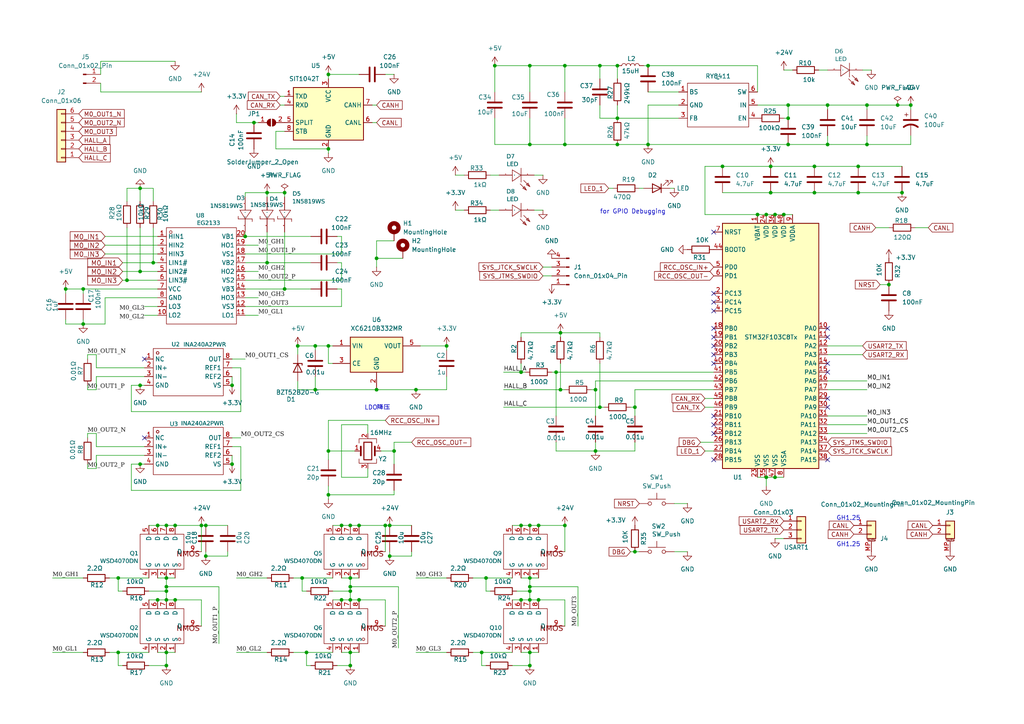
<source format=kicad_sch>
(kicad_sch (version 20231120) (generator "eeschema") (generator_version "8.0")
  (paper "A4")
  (title_block (title "Dribbler FOC Driver") (date "2025-03-30") (rev "1.0.3") (company "First Order SSL 25") (comment 1 "Designed by Jonas Z."))
  (lib_symbols
    (symbol "+3.3V_1" (power) (pin_numbers hide) (pin_names (offset 0) hide)
      (property "Value" "+3.3V" (at 0 3.556 0))
      (symbol "+3.3V_1_1_1"
        (pin power_in line (at 0 0 90) (length 0) (name "~") (number "1"))
      )
    )
    (symbol "+3.3V_2" (power) (pin_numbers hide) (pin_names (offset 0) hide)
      (property "Value" "+3.3V" (at 0 3.556 0))
      (symbol "+3.3V_2_1_1"
        (pin power_in line (at 0 0 90) (length 0) (name "~") (number "1"))
      )
    )
    (symbol "+3.3V_3" (power) (pin_numbers hide) (pin_names (offset 0) hide)
      (property "Value" "+3.3V" (at 0 3.556 0))
      (symbol "+3.3V_3_1_1"
        (pin power_in line (at 0 0 90) (length 0) (name "~") (number "1"))
      )
    )
    (symbol "+3.3V_4" (power) (pin_numbers hide) (pin_names (offset 0) hide)
      (property "Value" "+3.3V" (at 0 3.556 0))
      (symbol "+3.3V_4_1_1"
        (pin power_in line (at 0 0 90) (length 0) (name "~") (number "1"))
      )
    )
    (symbol "+3.3V_6" (power) (pin_numbers hide) (pin_names (offset 0) hide)
      (property "Value" "+3.3V" (at 0 3.556 0))
      (symbol "+3.3V_6_1_1"
        (pin power_in line (at 0 0 90) (length 0) (name "~") (number "1"))
      )
    )
    (symbol "+3.3V_7" (power) (pin_numbers hide) (pin_names (offset 0) hide)
      (property "Value" "+3.3V" (at 0 3.556 0))
      (symbol "+3.3V_7_1_1"
        (pin power_in line (at 0 0 90) (length 0) (name "~") (number "1"))
      )
    )
    (symbol "+3.3V_8" (power) (pin_numbers hide) (pin_names (offset 0) hide)
      (property "Value" "+3.3V" (at 0 3.556 0))
      (symbol "+3.3V_8_1_1"
        (pin power_in line (at 0 0 90) (length 0) (name "~") (number "1"))
      )
    )
    (symbol "Connector:Conn_01x02_Pin" (pin_names (offset 1.016) hide)
      (property "Reference" "J" (at 0 2.54 0))
      (property "Value" "Conn_01x02_Pin" (at 0 -5.08 0))
      (symbol "Conn_01x02_Pin_1_1"
        (pin passive line (at 5.08 0 180) (length 3.81) (name "Pin_1") (number "1"))
        (pin passive line (at 5.08 -2.54 180) (length 3.81) (name "Pin_2") (number "2"))
      )
    )
    (symbol "Connector:Conn_01x04_Pin" (pin_names (offset 1.016) hide)
      (property "Reference" "J" (at 0 5.08 0))
      (property "Value" "Conn_01x04_Pin" (at 0 -7.62 0))
      (symbol "Conn_01x04_Pin_1_1"
        (pin passive line (at 5.08 2.54 180) (length 3.81) (name "Pin_1") (number "1"))
        (pin passive line (at 5.08 0 180) (length 3.81) (name "Pin_2") (number "2"))
        (pin passive line (at 5.08 -2.54 180) (length 3.81) (name "Pin_3") (number "3"))
        (pin passive line (at 5.08 -5.08 180) (length 3.81) (name "Pin_4") (number "4"))
      )
    )
    (symbol "Connector_Generic:Conn_01x03" (pin_names (offset 1.016) hide)
      (property "Reference" "J" (at 0 5.08 0))
      (property "Value" "Conn_01x03" (at 0 -5.08 0))
      (symbol "Conn_01x03_1_1"
        (pin passive line (at -5.08 2.54 0) (length 3.81) (name "Pin_1") (number "1"))
        (pin passive line (at -5.08 0 0) (length 3.81) (name "Pin_2") (number "2"))
        (pin passive line (at -5.08 -2.54 0) (length 3.81) (name "Pin_3") (number "3"))
      )
    )
    (symbol "Connector_Generic:Conn_01x06" (pin_names (offset 1.016) hide)
      (property "Reference" "J" (at 0 7.62 0))
      (property "Value" "Conn_01x06" (at 0 -10.16 0))
      (symbol "Conn_01x06_1_1"
        (pin passive line (at -5.08 5.08 0) (length 3.81) (name "Pin_1") (number "1"))
        (pin passive line (at -5.08 2.54 0) (length 3.81) (name "Pin_2") (number "2"))
        (pin passive line (at -5.08 0 0) (length 3.81) (name "Pin_3") (number "3"))
        (pin passive line (at -5.08 -2.54 0) (length 3.81) (name "Pin_4") (number "4"))
        (pin passive line (at -5.08 -5.08 0) (length 3.81) (name "Pin_5") (number "5"))
        (pin passive line (at -5.08 -7.62 0) (length 3.81) (name "Pin_6") (number "6"))
      )
    )
    (symbol "Connector_Generic_MountingPin:Conn_01x02_MountingPin" (pin_names (offset 1.016) hide)
      (property "Reference" "J" (at 0 2.54 0))
      (property "Value" "Conn_01x02_MountingPin" (at 1.27 -5.08 0))
      (symbol "Conn_01x02_MountingPin_1_1"
        (text "Mounting" (at 0 -4.191 0) (effects (font (size 0.381 0.381))))
        (pin passive line (at -5.08 0 0) (length 3.81) (name "Pin_1") (number "1"))
        (pin passive line (at -5.08 -2.54 0) (length 3.81) (name "Pin_2") (number "2"))
        (pin passive line (at 0 -7.62 90) (length 3.048) (name "MountPin") (number "MP"))
      )
    )
    (symbol "Converter_DCDC:RY8411"
      (property "Reference" "RY8411" (at 0.254 8.128 0))
      (symbol "RY8411_1_1"
        (pin input line (at -11.43 3.81 0) (length 2.54) (name "BS") (number "1"))
        (pin input line (at -11.43 0 0) (length 2.54) (name "GND") (number "2"))
        (pin output line (at -11.43 -3.81 0) (length 2.54) (name "FB") (number "3"))
        (pin input line (at 11.43 -3.81 180) (length 2.54) (name "EN") (number "4"))
        (pin input line (at 11.43 0 180) (length 2.54) (name "IN") (number "5"))
        (pin output line (at 11.43 3.81 180) (length 2.54) (name "SW") (number "6"))
      )
    )
    (symbol "Device:C" (pin_numbers hide) (pin_names (offset 0.254))
      (property "Reference" "C" (at 0.635 2.54 0))
      (property "Value" "C" (at 0.635 -2.54 0))
      (symbol "C_1_1"
        (pin passive line (at 0 3.81 270) (length 2.794) (name "~") (number "1"))
        (pin passive line (at 0 -3.81 90) (length 2.794) (name "~") (number "2"))
      )
    )
    (symbol "Device:C_Polarized_US" (pin_numbers hide) (pin_names (offset 0.254) hide)
      (property "Reference" "C" (at 0.635 2.54 0))
      (property "Value" "C_Polarized_US" (at 0.635 -2.54 0))
      (symbol "C_Polarized_US_1_1"
        (pin passive line (at 0 3.81 270) (length 2.794) (name "~") (number "1"))
        (pin passive line (at 0 -3.81 90) (length 3.302) (name "~") (number "2"))
      )
    )
    (symbol "Device:Crystal_GND23" (pin_names (offset 1.016) hide)
      (property "Reference" "Y" (at 3.175 5.08 0))
      (property "Value" "Crystal_GND23" (at 3.175 3.175 0))
      (symbol "Crystal_GND23_1_1"
        (pin passive line (at -3.81 0 0) (length 1.27) (name "1") (number "1"))
        (pin passive line (at 0 5.08 270) (length 1.27) (name "2") (number "2"))
        (pin passive line (at 0 -5.08 90) (length 1.27) (name "3") (number "3"))
        (pin passive line (at 3.81 0 180) (length 1.27) (name "4") (number "4"))
      )
    )
    (symbol "Device:L" (pin_numbers hide) (pin_names (offset 1.016) hide)
      (property "Reference" "L" (at -1.27 0 90))
      (property "Value" "L" (at 1.905 0 90))
      (symbol "L_1_1"
        (pin passive line (at 0 3.81 270) (length 1.27) (name "1") (number "1"))
        (pin passive line (at 0 -3.81 90) (length 1.27) (name "2") (number "2"))
      )
    )
    (symbol "Device:LED" (pin_numbers hide) (pin_names (offset 1.016) hide)
      (property "Reference" "D" (at 0 2.54 0))
      (property "Value" "LED" (at 0 -2.54 0))
      (symbol "LED_1_1"
        (pin passive line (at -3.81 0 0) (length 2.54) (name "K") (number "1"))
        (pin passive line (at 3.81 0 180) (length 2.54) (name "A") (number "2"))
      )
    )
    (symbol "Device:R" (pin_numbers hide) (pin_names (offset 0))
      (property "Reference" "R" (at 2.032 0 90))
      (property "Value" "R" (at 0 0 90))
      (symbol "R_1_1"
        (pin passive line (at 0 3.81 270) (length 1.27) (name "~") (number "1"))
        (pin passive line (at 0 -3.81 90) (length 1.27) (name "~") (number "2"))
      )
    )
    (symbol "Diode:BZT52Bxx" (pin_numbers hide) (pin_names hide)
      (property "Reference" "D" (at 0 2.54 0))
      (property "Value" "BZT52Bxx" (at 0 -2.54 0))
      (symbol "BZT52Bxx_1_1"
        (pin passive line (at -3.81 0 0) (length 2.54) (name "K") (number "1"))
        (pin passive line (at 3.81 0 180) (length 2.54) (name "A") (number "2"))
      )
    )
    (symbol "GND_1" (power) (pin_numbers hide) (pin_names (offset 0) hide)
      (property "Value" "GND" (at 0 -3.81 0))
      (symbol "GND_1_1_1"
        (pin power_in line (at 0 0 270) (length 0) (name "~") (number "1"))
      )
    )
    (symbol "GND_10" (power) (pin_numbers hide) (pin_names (offset 0) hide)
      (property "Value" "GND" (at 0 -3.81 0))
      (symbol "GND_10_1_1"
        (pin power_in line (at 0 0 270) (length 0) (name "~") (number "1"))
      )
    )
    (symbol "GND_11" (power) (pin_numbers hide) (pin_names (offset 0) hide)
      (property "Value" "GND" (at 0 -3.81 0))
      (symbol "GND_11_1_1"
        (pin power_in line (at 0 0 270) (length 0) (name "~") (number "1"))
      )
    )
    (symbol "GND_12" (power) (pin_numbers hide) (pin_names (offset 0) hide)
      (property "Value" "GND" (at 0 -3.81 0))
      (symbol "GND_12_1_1"
        (pin power_in line (at 0 0 270) (length 0) (name "~") (number "1"))
      )
    )
    (symbol "GND_13" (power) (pin_numbers hide) (pin_names (offset 0) hide)
      (property "Value" "GND" (at 0 -3.81 0))
      (symbol "GND_13_1_1"
        (pin power_in line (at 0 0 270) (length 0) (name "~") (number "1"))
      )
    )
    (symbol "GND_14" (power) (pin_numbers hide) (pin_names (offset 0) hide)
      (property "Value" "GND" (at 0 -3.81 0))
      (symbol "GND_14_1_1"
        (pin power_in line (at 0 0 270) (length 0) (name "~") (number "1"))
      )
    )
    (symbol "GND_15" (power) (pin_numbers hide) (pin_names (offset 0) hide)
      (property "Value" "GND" (at 0 -3.81 0))
      (symbol "GND_15_1_1"
        (pin power_in line (at 0 0 270) (length 0) (name "~") (number "1"))
      )
    )
    (symbol "GND_16" (power) (pin_numbers hide) (pin_names (offset 0) hide)
      (property "Value" "GND" (at 0 -3.81 0))
      (symbol "GND_16_1_1"
        (pin power_in line (at 0 0 270) (length 0) (name "~") (number "1"))
      )
    )
    (symbol "GND_17" (power) (pin_numbers hide) (pin_names (offset 0) hide)
      (property "Value" "GND" (at 0 -3.81 0))
      (symbol "GND_17_1_1"
        (pin power_in line (at 0 0 270) (length 0) (name "~") (number "1"))
      )
    )
    (symbol "GND_18" (power) (pin_numbers hide) (pin_names (offset 0) hide)
      (property "Value" "GND" (at 0 -3.81 0))
      (symbol "GND_18_1_1"
        (pin power_in line (at 0 0 270) (length 0) (name "~") (number "1"))
      )
    )
    (symbol "GND_19" (power) (pin_numbers hide) (pin_names (offset 0) hide)
      (property "Value" "GND" (at 0 -3.81 0))
      (symbol "GND_19_1_1"
        (pin power_in line (at 0 0 270) (length 0) (name "~") (number "1"))
      )
    )
    (symbol "GND_2" (power) (pin_numbers hide) (pin_names (offset 0) hide)
      (property "Value" "GND" (at 0 -3.81 0))
      (symbol "GND_2_1_1"
        (pin power_in line (at 0 0 270) (length 0) (name "~") (number "1"))
      )
    )
    (symbol "GND_20" (power) (pin_numbers hide) (pin_names (offset 0) hide)
      (property "Value" "GND" (at 0 -3.81 0))
      (symbol "GND_20_1_1"
        (pin power_in line (at 0 0 270) (length 0) (name "~") (number "1"))
      )
    )
    (symbol "GND_22" (power) (pin_numbers hide) (pin_names (offset 0) hide)
      (property "Value" "GND" (at 0 -3.81 0))
      (symbol "GND_22_1_1"
        (pin power_in line (at 0 0 270) (length 0) (name "~") (number "1"))
      )
    )
    (symbol "GND_23" (power) (pin_numbers hide) (pin_names (offset 0) hide)
      (property "Value" "GND" (at 0 -3.81 0))
      (symbol "GND_23_1_1"
        (pin power_in line (at 0 0 270) (length 0) (name "~") (number "1"))
      )
    )
    (symbol "GND_24" (power) (pin_numbers hide) (pin_names (offset 0) hide)
      (property "Value" "GND" (at 0 -3.81 0))
      (symbol "GND_24_1_1"
        (pin power_in line (at 0 0 270) (length 0) (name "~") (number "1"))
      )
    )
    (symbol "GND_25" (power) (pin_numbers hide) (pin_names (offset 0) hide)
      (property "Value" "GND" (at 0 -3.81 0))
      (symbol "GND_25_1_1"
        (pin power_in line (at 0 0 270) (length 0) (name "~") (number "1"))
      )
    )
    (symbol "GND_26" (power) (pin_numbers hide) (pin_names (offset 0) hide)
      (property "Value" "GND" (at 0 -3.81 0))
      (symbol "GND_26_1_1"
        (pin power_in line (at 0 0 270) (length 0) (name "~") (number "1"))
      )
    )
    (symbol "GND_27" (power) (pin_numbers hide) (pin_names (offset 0) hide)
      (property "Value" "GND" (at 0 -3.81 0))
      (symbol "GND_27_1_1"
        (pin power_in line (at 0 0 270) (length 0) (name "~") (number "1"))
      )
    )
    (symbol "GND_28" (power) (pin_numbers hide) (pin_names (offset 0) hide)
      (property "Value" "GND" (at 0 -3.81 0))
      (symbol "GND_28_1_1"
        (pin power_in line (at 0 0 270) (length 0) (name "~") (number "1"))
      )
    )
    (symbol "GND_29" (power) (pin_numbers hide) (pin_names (offset 0) hide)
      (property "Value" "GND" (at 0 -3.81 0))
      (symbol "GND_29_1_1"
        (pin power_in line (at 0 0 270) (length 0) (name "~") (number "1"))
      )
    )
    (symbol "GND_3" (power) (pin_numbers hide) (pin_names (offset 0) hide)
      (property "Value" "GND" (at 0 -3.81 0))
      (symbol "GND_3_1_1"
        (pin power_in line (at 0 0 270) (length 0) (name "~") (number "1"))
      )
    )
    (symbol "GND_30" (power) (pin_numbers hide) (pin_names (offset 0) hide)
      (property "Value" "GND" (at 0 -3.81 0))
      (symbol "GND_30_1_1"
        (pin power_in line (at 0 0 270) (length 0) (name "~") (number "1"))
      )
    )
    (symbol "GND_4" (power) (pin_numbers hide) (pin_names (offset 0) hide)
      (property "Value" "GND" (at 0 -3.81 0))
      (symbol "GND_4_1_1"
        (pin power_in line (at 0 0 270) (length 0) (name "~") (number "1"))
      )
    )
    (symbol "GND_6" (power) (pin_numbers hide) (pin_names (offset 0) hide)
      (property "Value" "GND" (at 0 -3.81 0))
      (symbol "GND_6_1_1"
        (pin power_in line (at 0 0 270) (length 0) (name "~") (number "1"))
      )
    )
    (symbol "GND_7" (power) (pin_numbers hide) (pin_names (offset 0) hide)
      (property "Value" "GND" (at 0 -3.81 0))
      (symbol "GND_7_1_1"
        (pin power_in line (at 0 0 270) (length 0) (name "~") (number "1"))
      )
    )
    (symbol "GND_8" (power) (pin_numbers hide) (pin_names (offset 0) hide)
      (property "Value" "GND" (at 0 -3.81 0))
      (symbol "GND_8_1_1"
        (pin power_in line (at 0 0 270) (length 0) (name "~") (number "1"))
      )
    )
    (symbol "GND_9" (power) (pin_numbers hide) (pin_names (offset 0) hide)
      (property "Value" "GND" (at 0 -3.81 0))
      (symbol "GND_9_1_1"
        (pin power_in line (at 0 0 270) (length 0) (name "~") (number "1"))
      )
    )
    (symbol "Interface_CAN_LIN:TCAN334"
      (property "Reference" "U4" (at -5.08 13.97 0))
      (property "Value" "SIT3051ESA" (at -13.97 11.43 0))
      (symbol "TCAN334_1_1"
        (pin input line (at -12.7 5.08 0) (length 2.54) (name "TXD") (number "1"))
        (pin power_in line (at 0 -10.16 90) (length 2.54) (name "GND") (number "2"))
        (pin power_in line (at 0 10.16 270) (length 2.54) (name "VCC") (number "3"))
        (pin tri_state line (at -12.7 2.54 0) (length 2.54) (name "RXD") (number "4"))
        (pin input line (at -12.7 -2.54 0) (length 2.54) (name "SPLIT") (number "5"))
        (pin bidirectional line (at 12.7 -2.54 180) (length 2.54) (name "CANL") (number "6"))
        (pin bidirectional line (at 12.7 2.54 180) (length 2.54) (name "CANH") (number "7"))
        (pin input line (at -12.7 -5.08 0) (length 2.54) (name "STB") (number "8"))
      )
    )
    (symbol "Jumper:SolderJumper_2_Open" (pin_names (offset 0) hide)
      (property "Reference" "JP" (at 0 2.032 0))
      (property "Value" "SolderJumper_2_Open" (at 0 -2.54 0))
      (symbol "SolderJumper_2_Open_1_1"
        (pin passive line (at -3.81 0 0) (length 2.54) (name "A") (number "1"))
        (pin passive line (at 3.81 0 180) (length 2.54) (name "B") (number "2"))
      )
    )
    (symbol "MCU_ST_STM32F1:STM32F103C8Tx"
      (property "Reference" "U" (at -15.24 36.83 0))
      (property "Value" "STM32F103C8Tx" (at 7.62 36.83 0))
      (symbol "STM32F103C8Tx_1_1"
        (pin power_in line (at -5.08 38.1 270) (length 2.54) (name "VBAT") (number "1"))
        (pin bidirectional line (at 15.24 5.08 180) (length 2.54) (name "PA0") (number "10"))
        (pin bidirectional line (at 15.24 2.54 180) (length 2.54) (name "PA1") (number "11"))
        (pin bidirectional line (at 15.24 0 180) (length 2.54) (name "PA2") (number "12"))
        (pin bidirectional line (at 15.24 -2.54 180) (length 2.54) (name "PA3") (number "13"))
        (pin bidirectional line (at 15.24 -5.08 180) (length 2.54) (name "PA4") (number "14"))
        (pin bidirectional line (at 15.24 -7.62 180) (length 2.54) (name "PA5") (number "15"))
        (pin bidirectional line (at 15.24 -10.16 180) (length 2.54) (name "PA6") (number "16"))
        (pin bidirectional line (at 15.24 -12.7 180) (length 2.54) (name "PA7") (number "17"))
        (pin bidirectional line (at -17.78 5.08 0) (length 2.54) (name "PB0") (number "18"))
        (pin bidirectional line (at -17.78 2.54 0) (length 2.54) (name "PB1") (number "19"))
        (pin bidirectional line (at -17.78 15.24 0) (length 2.54) (name "PC13") (number "2"))
        (pin bidirectional line (at -17.78 0 0) (length 2.54) (name "PB2") (number "20"))
        (pin bidirectional line (at -17.78 -20.32 0) (length 2.54) (name "PB10") (number "21"))
        (pin bidirectional line (at -17.78 -22.86 0) (length 2.54) (name "PB11") (number "22"))
        (pin power_in line (at -5.08 -38.1 90) (length 2.54) (name "VSS") (number "23"))
        (pin power_in line (at -2.54 38.1 270) (length 2.54) (name "VDD") (number "24"))
        (pin bidirectional line (at -17.78 -25.4 0) (length 2.54) (name "PB12") (number "25"))
        (pin bidirectional line (at -17.78 -27.94 0) (length 2.54) (name "PB13") (number "26"))
        (pin bidirectional line (at -17.78 -30.48 0) (length 2.54) (name "PB14") (number "27"))
        (pin bidirectional line (at -17.78 -33.02 0) (length 2.54) (name "PB15") (number "28"))
        (pin bidirectional line (at 15.24 -15.24 180) (length 2.54) (name "PA8") (number "29"))
        (pin bidirectional line (at -17.78 12.7 0) (length 2.54) (name "PC14") (number "3"))
        (pin bidirectional line (at 15.24 -17.78 180) (length 2.54) (name "PA9") (number "30"))
        (pin bidirectional line (at 15.24 -20.32 180) (length 2.54) (name "PA10") (number "31"))
        (pin bidirectional line (at 15.24 -22.86 180) (length 2.54) (name "PA11") (number "32"))
        (pin bidirectional line (at 15.24 -25.4 180) (length 2.54) (name "PA12") (number "33"))
        (pin bidirectional line (at 15.24 -27.94 180) (length 2.54) (name "PA13") (number "34"))
        (pin power_in line (at -2.54 -38.1 90) (length 2.54) (name "VSS") (number "35"))
        (pin power_in line (at 0 38.1 270) (length 2.54) (name "VDD") (number "36"))
        (pin bidirectional line (at 15.24 -30.48 180) (length 2.54) (name "PA14") (number "37"))
        (pin bidirectional line (at 15.24 -33.02 180) (length 2.54) (name "PA15") (number "38"))
        (pin bidirectional line (at -17.78 -2.54 0) (length 2.54) (name "PB3") (number "39"))
        (pin bidirectional line (at -17.78 10.16 0) (length 2.54) (name "PC15") (number "4"))
        (pin bidirectional line (at -17.78 -5.08 0) (length 2.54) (name "PB4") (number "40"))
        (pin bidirectional line (at -17.78 -7.62 0) (length 2.54) (name "PB5") (number "41"))
        (pin bidirectional line (at -17.78 -10.16 0) (length 2.54) (name "PB6") (number "42"))
        (pin bidirectional line (at -17.78 -12.7 0) (length 2.54) (name "PB7") (number "43"))
        (pin input line (at -17.78 27.94 0) (length 2.54) (name "BOOT0") (number "44"))
        (pin bidirectional line (at -17.78 -15.24 0) (length 2.54) (name "PB8") (number "45"))
        (pin bidirectional line (at -17.78 -17.78 0) (length 2.54) (name "PB9") (number "46"))
        (pin power_in line (at 0 -38.1 90) (length 2.54) (name "VSS") (number "47"))
        (pin power_in line (at 2.54 38.1 270) (length 2.54) (name "VDD") (number "48"))
        (pin input line (at -17.78 22.86 0) (length 2.54) (name "PD0") (number "5"))
        (pin input line (at -17.78 20.32 0) (length 2.54) (name "PD1") (number "6"))
        (pin input line (at -17.78 33.02 0) (length 2.54) (name "NRST") (number "7"))
        (pin power_in line (at 2.54 -38.1 90) (length 2.54) (name "VSSA") (number "8"))
        (pin power_in line (at 5.08 38.1 270) (length 2.54) (name "VDDA") (number "9"))
      )
    )
    (symbol "Mechanical:MountingHole_Pad" (pin_numbers hide) (pin_names (offset 1.016) hide) (exclude_from_sim yes) (in_bom no)
      (property "Reference" "H" (at 0 6.35 0))
      (property "Value" "MountingHole_Pad" (at 0 4.445 0))
      (symbol "MountingHole_Pad_1_1"
        (pin input line (at 0 -2.54 90) (length 2.54) (name "1") (number "1"))
      )
    )
    (symbol "Regulator_Linear:XC6210B332MR"
      (property "Reference" "U" (at 0 8.89 0))
      (property "Value" "XC6210B332MR" (at 0 6.35 0))
      (symbol "XC6210B332MR_1_1"
        (pin power_in line (at -12.7 2.54 0) (length 5.08) (name "VIN") (number "1"))
        (pin power_in line (at 0 -10.16 90) (length 5.08) (name "GND") (number "2"))
        (pin input line (at -12.7 -2.54 0) (length 5.08) (name "CE") (number "3"))
        (pin no_connect line (at 7.62 -2.54 180) (length 5.08) hide (name "NC") (number "4"))
        (pin power_out line (at 12.7 2.54 180) (length 5.08) (name "VOUT") (number "5"))
      )
    )
    (symbol "SCH_DengFO-easyedapro:17-21SUYC/TR8"
      (property "Reference" "LED" (at 0 0 0))
      (symbol "17-21SUYC/TR8_1_0"
        (pin input line (at -5.08 0 0) (length 3.81) (name "-") (number "1"))
        (pin input line (at 5.08 0 180) (length 3.81) (name "+") (number "2"))
      )
    )
    (symbol "SCH_DengFO-easyedapro:1N5819WS"
      (property "Reference" "D" (at 0 0 0))
      (symbol "1N5819WS_1_0"
        (pin input line (at -5.08 0 0) (length 3.81) (name "C") (number "1"))
        (pin input line (at 5.08 0 180) (length 3.81) (name "A") (number "2"))
      )
    )
    (symbol "SCH_DengFO-easyedapro:EG2133"
      (property "Reference" "U" (at 0 0 0))
      (symbol "EG2133_1_0"
        (pin input line (at -12.7 11.43 0) (length 2.54) (name "HIN1") (number "1"))
        (pin input line (at -12.7 -11.43 0) (length 2.54) (name "LO2") (number "10"))
        (pin input line (at 12.7 -11.43 180) (length 2.54) (name "LO1") (number "11"))
        (pin input line (at 12.7 -8.89 180) (length 2.54) (name "VS3") (number "12"))
        (pin input line (at 12.7 -6.35 180) (length 2.54) (name "HO3") (number "13"))
        (pin input line (at 12.7 -3.81 180) (length 2.54) (name "VB3") (number "14"))
        (pin input line (at 12.7 -1.27 180) (length 2.54) (name "VS2") (number "15"))
        (pin input line (at 12.7 1.27 180) (length 2.54) (name "HO2") (number "16"))
        (pin input line (at 12.7 3.81 180) (length 2.54) (name "VB2") (number "17"))
        (pin input line (at 12.7 6.35 180) (length 2.54) (name "VS1") (number "18"))
        (pin input line (at 12.7 8.89 180) (length 2.54) (name "HO1") (number "19"))
        (pin input line (at -12.7 8.89 0) (length 2.54) (name "HIN2") (number "2"))
        (pin input line (at 12.7 11.43 180) (length 2.54) (name "VB1") (number "20"))
        (pin input line (at -12.7 6.35 0) (length 2.54) (name "HIN3") (number "3"))
        (pin input line (at -12.7 3.81 0) (length 2.54) (name "LIN1#") (number "4"))
        (pin input line (at -12.7 1.27 0) (length 2.54) (name "LIN2#") (number "5"))
        (pin input line (at -12.7 -1.27 0) (length 2.54) (name "LIN3#") (number "6"))
        (pin input line (at -12.7 -3.81 0) (length 2.54) (name "VCC") (number "7"))
        (pin input line (at -12.7 -6.35 0) (length 2.54) (name "GND") (number "8"))
        (pin input line (at -12.7 -8.89 0) (length 2.54) (name "LO3") (number "9"))
      )
    )
    (symbol "SCH_DengFO-easyedapro:INA240A2PWR"
      (property "Reference" "U" (at 0 0 0))
      (symbol "INA240A2PWR_1_0"
        (pin input line (at -12.7 3.81 0) (length 2.54) (name "NC") (number "1"))
        (pin input line (at -12.7 1.27 0) (length 2.54) (name "IN+") (number "2"))
        (pin input line (at -12.7 -1.27 0) (length 2.54) (name "IN-") (number "3"))
        (pin input line (at -12.7 -3.81 0) (length 2.54) (name "GND") (number "4"))
        (pin input line (at 12.7 -3.81 180) (length 2.54) (name "VS") (number "5"))
        (pin input line (at 12.7 -1.27 180) (length 2.54) (name "REF2") (number "6"))
        (pin input line (at 12.7 1.27 180) (length 2.54) (name "REF1") (number "7"))
        (pin input line (at 12.7 3.81 180) (length 2.54) (name "OUT") (number "8"))
      )
    )
    (symbol "SCH_DengFO-easyedapro:WSD4070DN"
      (property "Reference" "Q" (at 0 0 0))
      (symbol "WSD4070DN_1_0"
        (text "NMOS" (at -1.6256 -2.9718 2700) (effects (font (size 1.5748 1.5748)) (justify right bottom)))
        (pin input line (at -7.62 -2.54 0) (length 2.54) (name "S") (number "1"))
        (pin input line (at -7.62 0 0) (length 2.54) (name "S") (number "2"))
        (pin input line (at -7.62 2.54 0) (length 2.54) (name "S") (number "3"))
        (pin input line (at -7.62 5.08 0) (length 2.54) (name "G") (number "4"))
        (pin input line (at 7.62 5.08 180) (length 2.54) (name "D") (number "5"))
        (pin input line (at 7.62 2.54 180) (length 2.54) (name "D") (number "6"))
        (pin input line (at 7.62 0 180) (length 2.54) (name "D") (number "7"))
        (pin input line (at 7.62 -2.54 180) (length 2.54) (name "D") (number "8"))
        (pin input line (at 0 -10.16 90) (length 5.08) (name "D") (number "9"))
      )
    )
    (symbol "Switch:SW_Push" (pin_numbers hide) (pin_names (offset 1.016) hide)
      (property "Reference" "SW" (at 1.27 2.54 0))
      (property "Value" "SW_Push" (at 0 -1.524 0))
      (symbol "SW_Push_0_1"
        (pin passive line (at -5.08 0 0) (length 2.54) (name "1") (number "1"))
        (pin passive line (at 5.08 0 180) (length 2.54) (name "2") (number "2"))
      )
    )
    (symbol "power:+24V" (power) (pin_numbers hide) (pin_names (offset 0) hide)
      (property "Value" "+24V" (at 0 3.556 0))
      (symbol "+24V_1_1"
        (pin power_in line (at 0 0 90) (length 0) (name "~") (number "1"))
      )
    )
    (symbol "power:+3.3V" (power) (pin_numbers hide) (pin_names (offset 0) hide)
      (property "Value" "+3.3V" (at 0 3.556 0))
      (symbol "+3.3V_1_1"
        (pin power_in line (at 0 0 90) (length 0) (name "~") (number "1"))
      )
    )
    (symbol "power:+5V" (power) (pin_numbers hide) (pin_names (offset 0) hide)
      (property "Value" "+5V" (at 0 3.556 0))
      (symbol "+5V_1_1"
        (pin power_in line (at 0 0 90) (length 0) (name "~") (number "1"))
      )
    )
    (symbol "power:GND" (power) (pin_numbers hide) (pin_names (offset 0) hide)
      (property "Value" "GND" (at 0 -3.81 0))
      (symbol "GND_1_1"
        (pin power_in line (at 0 0 270) (length 0) (name "~") (number "1"))
      )
    )
    (symbol "power:PWR_FLAG" (power) (pin_numbers hide) (pin_names (offset 0) hide)
      (property "Value" "PWR_FLAG" (at 0 3.81 0))
      (symbol "PWR_FLAG_0_0"
        (pin power_out line (at 0 0 90) (length 0) (name "~") (number "1"))
      )
    )
  )
  (junction (at 153.67 193.04))
  (junction (at 219.71 62.23))
  (junction (at 179.07 41.91))
  (junction (at 179.07 34.29))
  (junction (at 172.72 130.81))
  (junction (at 224.79 62.23))
  (junction (at 153.67 152.4))
  (junction (at 48.26 171.45))
  (junction (at 223.52 55.88))
  (junction (at 91.44 100.33))
  (junction (at 153.67 19.05))
  (junction (at 163.83 152.4))
  (junction (at 104.14 152.4))
  (junction (at 34.29 189.23))
  (junction (at 48.26 170.18))
  (junction (at 153.67 170.18))
  (junction (at 173.99 118.11))
  (junction (at 95.25 143.51))
  (junction (at 236.22 48.26))
  (junction (at 45.72 152.4))
  (junction (at 48.26 152.4))
  (junction (at 184.15 160.02))
  (junction (at 44.45 76.2))
  (junction (at 101.6 189.23))
  (junction (at 139.7 189.23))
  (junction (at 48.26 193.04))
  (junction (at 113.03 161.29))
  (junction (at 227.33 62.23))
  (junction (at 95.25 21.59))
  (junction (at 40.64 54.61))
  (junction (at 86.36 100.33))
  (junction (at 179.07 19.05))
  (junction (at 104.14 173.99))
  (junction (at 95.25 100.33))
  (junction (at 82.55 83.82))
  (junction (at 58.42 152.4))
  (junction (at 67.31 134.62))
  (junction (at 50.8 173.99))
  (junction (at 34.29 167.64))
  (junction (at 162.56 113.03))
  (junction (at 156.21 152.4))
  (junction (at 172.72 113.03))
  (junction (at 129.54 100.33))
  (junction (at 88.9 189.23))
  (junction (at 163.83 19.05))
  (junction (at 114.3 130.81))
  (junction (at 59.69 161.29))
  (junction (at 50.8 152.4))
  (junction (at 261.62 55.88))
  (junction (at 251.46 41.91))
  (junction (at 99.06 173.99))
  (junction (at 120.65 113.03))
  (junction (at 187.96 41.91))
  (junction (at 48.26 189.23))
  (junction (at 45.72 173.99))
  (junction (at 209.55 48.26))
  (junction (at 240.03 30.48))
  (junction (at 222.25 62.23))
  (junction (at 143.51 19.05))
  (junction (at 151.13 107.95))
  (junction (at 187.96 19.05))
  (junction (at 101.6 173.99))
  (junction (at 173.99 19.05))
  (junction (at 91.44 113.03))
  (junction (at 153.67 171.45))
  (junction (at 151.13 152.4))
  (junction (at 248.92 48.26))
  (junction (at 99.06 152.4))
  (junction (at 73.66 35.56))
  (junction (at 77.47 55.88))
  (junction (at 248.92 55.88))
  (junction (at 40.64 111.76))
  (junction (at 48.26 173.99))
  (junction (at 59.69 152.4))
  (junction (at 95.25 130.81))
  (junction (at 109.22 74.93))
  (junction (at 153.67 189.23))
  (junction (at 224.79 138.43))
  (junction (at 87.63 167.64))
  (junction (at 40.64 134.62))
  (junction (at 151.13 173.99))
  (junction (at 153.67 173.99))
  (junction (at 140.97 167.64))
  (junction (at 228.6 41.91))
  (junction (at 82.55 55.88))
  (junction (at 161.29 107.95))
  (junction (at 101.6 167.64))
  (junction (at 264.16 30.48))
  (junction (at 101.6 171.45))
  (junction (at 223.52 48.26))
  (junction (at 156.21 173.99))
  (junction (at 109.22 113.03))
  (junction (at 153.67 41.91))
  (junction (at 113.03 152.4))
  (junction (at 101.6 170.18))
  (junction (at 257.81 82.55))
  (junction (at 40.64 78.74))
  (junction (at 222.25 138.43))
  (junction (at 184.15 118.11))
  (junction (at 19.05 83.82))
  (junction (at 24.13 83.82))
  (junction (at 240.03 41.91))
  (junction (at 77.47 76.2))
  (junction (at 48.26 167.64))
  (junction (at 101.6 193.04))
  (junction (at 36.83 81.28))
  (junction (at 228.6 30.48))
  (junction (at 260.35 30.48))
  (junction (at 251.46 30.48))
  (junction (at 236.22 55.88))
  (junction (at 153.67 167.64))
  (junction (at 162.56 96.52))
  (junction (at 67.31 111.76))
  (junction (at 228.6 34.29))
  (junction (at 71.12 68.58))
  (junction (at 101.6 152.4))
  (junction (at 163.83 41.91))
  (junction (at 24.13 93.98))
  (junction (at 95.25 43.18))
  (junction (at 111.76 152.4))
  (no_connect (at 240.03 97.79))
  (no_connect (at 240.03 133.35))
  (no_connect (at 41.91 127))
  (no_connect (at 207.01 105.41))
  (no_connect (at 207.01 97.79))
  (no_connect (at 240.03 107.95))
  (no_connect (at 41.91 104.14))
  (no_connect (at 207.01 102.87))
  (no_connect (at 240.03 115.57))
  (no_connect (at 207.01 85.09))
  (no_connect (at 207.01 100.33))
  (no_connect (at 207.01 90.17))
  (no_connect (at 240.03 118.11))
  (no_connect (at 207.01 87.63))
  (no_connect (at 207.01 125.73))
  (no_connect (at 207.01 120.65))
  (no_connect (at 240.03 95.25))
  (no_connect (at 207.01 133.35))
  (no_connect (at 207.01 67.31))
  (no_connect (at 207.01 123.19))
  (no_connect (at 207.01 95.25))
  (no_connect (at 240.03 105.41))
  (wire (pts (xy 24.13 92.71) (xy 24.13 93.98)))
  (wire (pts (xy 179.07 22.86) (xy 179.07 19.05)))
  (wire (pts (xy 99.06 76.2) (xy 97.79 76.2)))
  (wire (pts (xy 153.67 171.45) (xy 153.67 173.99)))
  (wire (pts (xy 109.22 74.93) (xy 109.22 77.47)))
  (wire (pts (xy 172.72 128.27) (xy 172.72 130.81)))
  (wire (pts (xy 184.15 113.03) (xy 207.01 113.03)))
  (wire (pts (xy 151.13 96.52) (xy 162.56 96.52)))
  (wire (pts (xy 182.88 160.02) (xy 184.15 160.02)))
  (wire (pts (xy 99.06 173.99) (xy 96.52 173.99)))
  (wire (pts (xy 86.36 110.49) (xy 86.36 113.03)))
  (wire (pts (xy 156.21 173.99) (xy 163.83 173.99)))
  (wire (pts (xy 162.56 96.52) (xy 162.56 97.79)))
  (wire (pts (xy 153.67 170.18) (xy 153.67 167.64)))
  (wire (pts (xy 132.08 50.8) (xy 134.62 50.8)))
  (wire (pts (xy 35.56 81.28) (xy 36.83 81.28)))
  (wire (pts (xy 163.83 34.29) (xy 163.83 41.91)))
  (wire (pts (xy 153.67 26.67) (xy 153.67 19.05)))
  (wire (pts (xy 87.63 171.45) (xy 88.9 171.45)))
  (wire (pts (xy 48.26 189.23) (xy 45.72 189.23)))
  (wire (pts (xy 19.05 85.09) (xy 19.05 83.82)))
  (wire (pts (xy 95.25 100.33) (xy 95.25 105.41)))
  (wire (pts (xy 68.58 189.23) (xy 77.47 189.23)))
  (wire (pts (xy 137.16 189.23) (xy 139.7 189.23)))
  (wire (pts (xy 162.56 105.41) (xy 162.56 113.03)))
  (wire (pts (xy 120.65 113.03) (xy 129.54 113.03)))
  (wire (pts (xy 204.47 118.11) (xy 207.01 118.11)))
  (wire (pts (xy 95.25 130.81) (xy 95.25 133.35)))
  (wire (pts (xy 97.79 83.82) (xy 99.06 83.82)))
  (wire (pts (xy 111.76 121.92) (xy 95.25 121.92)))
  (wire (pts (xy 228.6 41.91) (xy 240.03 41.91)))
  (wire (pts (xy 187.96 30.48) (xy 187.96 41.91)))
  (wire (pts (xy 142.24 60.96) (xy 144.78 60.96)))
  (wire (pts (xy 146.05 107.95) (xy 151.13 107.95)))
  (wire (pts (xy 151.13 105.41) (xy 151.13 107.95)))
  (wire (pts (xy 66.04 161.29) (xy 66.04 160.02)))
  (wire (pts (xy 227.33 20.32) (xy 229.87 20.32)))
  (wire (pts (xy 38.1 134.62) (xy 38.1 142.24)))
  (wire (pts (xy 151.13 107.95) (xy 152.4 107.95)))
  (wire (pts (xy 240.03 120.65) (xy 251.46 120.65)))
  (wire (pts (xy 69.85 129.54) (xy 67.31 129.54)))
  (wire (pts (xy 106.68 123.19) (xy 99.06 123.19)))
  (wire (pts (xy 173.99 118.11) (xy 175.26 118.11)))
  (wire (pts (xy 160.02 77.47) (xy 157.48 77.47)))
  (wire (pts (xy 119.38 152.4) (xy 113.03 152.4)))
  (wire (pts (xy 43.18 171.45) (xy 48.26 171.45)))
  (wire (pts (xy 34.29 167.64) (xy 43.18 167.64)))
  (wire (pts (xy 40.64 111.76) (xy 41.91 111.76)))
  (wire (pts (xy 71.12 73.66) (xy 99.06 73.66)))
  (wire (pts (xy 236.22 55.88) (xy 248.92 55.88)))
  (wire (pts (xy 63.5 170.18) (xy 48.26 170.18)))
  (wire (pts (xy 143.51 19.05) (xy 143.51 26.67)))
  (wire (pts (xy 240.03 113.03) (xy 251.46 113.03)))
  (wire (pts (xy 148.59 193.04) (xy 153.67 193.04)))
  (wire (pts (xy 82.55 55.88) (xy 77.47 55.88)))
  (wire (pts (xy 204.47 62.23) (xy 204.47 48.26)))
  (wire (pts (xy 15.24 189.23) (xy 24.13 189.23)))
  (wire (pts (xy 80.01 43.18) (xy 95.25 43.18)))
  (wire (pts (xy 109.22 74.93) (xy 116.84 74.93)))
  (wire (pts (xy 85.09 189.23) (xy 88.9 189.23)))
  (wire (pts (xy 29.21 24.13) (xy 29.21 26.67)))
  (wire (pts (xy 40.64 78.74) (xy 45.72 78.74)))
  (wire (pts (xy 101.6 167.64) (xy 101.6 170.18)))
  (wire (pts (xy 187.96 41.91) (xy 228.6 41.91)))
  (wire (pts (xy 97.79 193.04) (xy 101.6 193.04)))
  (wire (pts (xy 251.46 30.48) (xy 260.35 30.48)))
  (wire (pts (xy 219.71 30.48) (xy 228.6 30.48)))
  (wire (pts (xy 172.72 130.81) (xy 184.15 130.81)))
  (wire (pts (xy 172.72 113.03) (xy 171.45 113.03)))
  (wire (pts (xy 87.63 167.64) (xy 96.52 167.64)))
  (wire (pts (xy 154.94 50.8) (xy 157.48 50.8)))
  (wire (pts (xy 50.8 173.99) (xy 48.26 173.99)))
  (wire (pts (xy 228.6 30.48) (xy 228.6 34.29)))
  (wire (pts (xy 44.45 76.2) (xy 45.72 76.2)))
  (wire (pts (xy 185.42 54.61) (xy 186.69 54.61)))
  (wire (pts (xy 176.53 54.61) (xy 177.8 54.61)))
  (wire (pts (xy 140.97 171.45) (xy 140.97 167.64)))
  (wire (pts (xy 161.29 107.95) (xy 207.01 107.95)))
  (wire (pts (xy 209.55 55.88) (xy 223.52 55.88)))
  (wire (pts (xy 224.79 156.21) (xy 227.33 156.21)))
  (wire (pts (xy 50.8 152.4) (xy 48.26 152.4)))
  (wire (pts (xy 99.06 68.58) (xy 99.06 73.66)))
  (wire (pts (xy 59.69 152.4) (xy 58.42 152.4)))
  (wire (pts (xy 153.67 170.18) (xy 167.64 170.18)))
  (wire (pts (xy 91.44 109.22) (xy 91.44 113.03)))
  (wire (pts (xy 115.57 170.18) (xy 115.57 187.96)))
  (wire (pts (xy 90.17 83.82) (xy 82.55 83.82)))
  (wire (pts (xy 109.22 30.48) (xy 107.95 30.48)))
  (wire (pts (xy 163.83 26.67) (xy 163.83 19.05)))
  (wire (pts (xy 172.72 110.49) (xy 172.72 113.03)))
  (wire (pts (xy 114.3 130.81) (xy 114.3 128.27)))
  (wire (pts (xy 25.4 113.03) (xy 27.94 113.03)))
  (wire (pts (xy 95.25 21.59) (xy 104.14 21.59)))
  (wire (pts (xy 69.85 106.68) (xy 67.31 106.68)))
  (wire (pts (xy 71.12 67.31) (xy 71.12 68.58)))
  (wire (pts (xy 186.69 19.05) (xy 187.96 19.05)))
  (wire (pts (xy 163.83 41.91) (xy 179.07 41.91)))
  (wire (pts (xy 204.47 48.26) (xy 209.55 48.26)))
  (wire (pts (xy 30.48 68.58) (xy 45.72 68.58)))
  (wire (pts (xy 34.29 193.04) (xy 35.56 193.04)))
  (wire (pts (xy 204.47 130.81) (xy 207.01 130.81)))
  (wire (pts (xy 30.48 73.66) (xy 45.72 73.66)))
  (wire (pts (xy 160.02 107.95) (xy 161.29 107.95)))
  (wire (pts (xy 114.3 69.85) (xy 109.22 69.85)))
  (wire (pts (xy 219.71 26.67) (xy 219.71 19.05)))
  (wire (pts (xy 27.94 132.08) (xy 41.91 132.08)))
  (wire (pts (xy 25.4 125.73) (xy 27.94 125.73)))
  (wire (pts (xy 111.76 152.4) (xy 104.14 152.4)))
  (wire (pts (xy 69.85 127) (xy 67.31 127)))
  (wire (pts (xy 68.58 35.56) (xy 73.66 35.56)))
  (wire (pts (xy 204.47 115.57) (xy 207.01 115.57)))
  (wire (pts (xy 25.4 102.87) (xy 25.4 104.14)))
  (wire (pts (xy 114.3 130.81) (xy 114.3 134.62)))
  (wire (pts (xy 77.47 55.88) (xy 71.12 55.88)))
  (wire (pts (xy 151.13 97.79) (xy 151.13 96.52)))
  (wire (pts (xy 29.21 26.67) (xy 58.42 26.67)))
  (wire (pts (xy 95.25 100.33) (xy 96.52 100.33)))
  (wire (pts (xy 19.05 83.82) (xy 24.13 83.82)))
  (wire (pts (xy 71.12 88.9) (xy 99.06 88.9)))
  (wire (pts (xy 27.94 113.03) (xy 27.94 109.22)))
  (wire (pts (xy 172.72 113.03) (xy 172.72 120.65)))
  (wire (pts (xy 161.29 130.81) (xy 172.72 130.81)))
  (wire (pts (xy 29.21 17.78) (xy 50.8 17.78)))
  (wire (pts (xy 146.05 113.03) (xy 162.56 113.03)))
  (wire (pts (xy 142.24 50.8) (xy 144.78 50.8)))
  (wire (pts (xy 30.48 93.98) (xy 30.48 86.36)))
  (wire (pts (xy 77.47 76.2) (xy 71.12 76.2)))
  (wire (pts (xy 222.25 138.43) (xy 224.79 138.43)))
  (wire (pts (xy 73.66 35.56) (xy 74.93 35.56)))
  (wire (pts (xy 240.03 41.91) (xy 251.46 41.91)))
  (wire (pts (xy 182.88 118.11) (xy 184.15 118.11)))
  (wire (pts (xy 113.03 161.29) (xy 113.03 160.02)))
  (wire (pts (xy 173.99 96.52) (xy 173.99 97.79)))
  (wire (pts (xy 48.26 189.23) (xy 48.26 193.04)))
  (wire (pts (xy 179.07 41.91) (xy 187.96 41.91)))
  (wire (pts (xy 121.92 100.33) (xy 129.54 100.33)))
  (wire (pts (xy 27.94 109.22) (xy 41.91 109.22)))
  (wire (pts (xy 257.81 82.55) (xy 255.27 82.55)))
  (wire (pts (xy 140.97 171.45) (xy 142.24 171.45)))
  (wire (pts (xy 236.22 48.26) (xy 248.92 48.26)))
  (wire (pts (xy 106.68 125.73) (xy 106.68 123.19)))
  (wire (pts (xy 50.8 189.23) (xy 48.26 189.23)))
  (wire (pts (xy 148.59 152.4) (xy 151.13 152.4)))
  (wire (pts (xy 86.36 100.33) (xy 91.44 100.33)))
  (wire (pts (xy 82.55 67.31) (xy 82.55 83.82)))
  (wire (pts (xy 27.94 129.54) (xy 41.91 129.54)))
  (wire (pts (xy 222.25 140.97) (xy 222.25 138.43)))
  (wire (pts (xy 101.6 171.45) (xy 101.6 173.99)))
  (wire (pts (xy 199.39 146.05) (xy 195.58 146.05)))
  (wire (pts (xy 129.54 100.33) (xy 129.54 101.6)))
  (wire (pts (xy 114.3 21.59) (xy 111.76 21.59)))
  (wire (pts (xy 45.72 152.4) (xy 43.18 152.4)))
  (wire (pts (xy 146.05 118.11) (xy 173.99 118.11)))
  (wire (pts (xy 101.6 167.64) (xy 99.06 167.64)))
  (wire (pts (xy 251.46 31.75) (xy 251.46 30.48)))
  (wire (pts (xy 199.39 160.02) (xy 195.58 160.02)))
  (wire (pts (xy 219.71 19.05) (xy 187.96 19.05)))
  (wire (pts (xy 227.33 62.23) (xy 229.87 62.23)))
  (wire (pts (xy 240.03 100.33) (xy 250.19 100.33)))
  (wire (pts (xy 240.03 39.37) (xy 240.03 41.91)))
  (wire (pts (xy 184.15 128.27) (xy 184.15 130.81)))
  (wire (pts (xy 227.33 34.29) (xy 228.6 34.29)))
  (wire (pts (xy 179.07 30.48) (xy 179.07 34.29)))
  (wire (pts (xy 173.99 30.48) (xy 173.99 34.29)))
  (wire (pts (xy 240.03 110.49) (xy 251.46 110.49)))
  (wire (pts (xy 30.48 86.36) (xy 45.72 86.36)))
  (wire (pts (xy 219.71 62.23) (xy 222.25 62.23)))
  (wire (pts (xy 19.05 93.98) (xy 19.05 92.71)))
  (wire (pts (xy 99.06 152.4) (xy 96.52 152.4)))
  (wire (pts (xy 96.52 171.45) (xy 101.6 171.45)))
  (wire (pts (xy 88.9 193.04) (xy 88.9 189.23)))
  (wire (pts (xy 140.97 167.64) (xy 148.59 167.64)))
  (wire (pts (xy 240.03 102.87) (xy 250.19 102.87)))
  (wire (pts (xy 36.83 54.61) (xy 40.64 54.61)))
  (wire (pts (xy 88.9 189.23) (xy 96.52 189.23)))
  (wire (pts (xy 223.52 55.88) (xy 236.22 55.88)))
  (wire (pts (xy 71.12 81.28) (xy 99.06 81.28)))
  (wire (pts (xy 45.72 173.99) (xy 43.18 173.99)))
  (wire (pts (xy 184.15 120.65) (xy 184.15 118.11)))
  (wire (pts (xy 38.1 119.38) (xy 69.85 119.38)))
  (wire (pts (xy 120.65 167.64) (xy 129.54 167.64)))
  (wire (pts (xy 101.6 189.23) (xy 101.6 193.04)))
  (wire (pts (xy 104.14 189.23) (xy 101.6 189.23)))
  (wire (pts (xy 67.31 132.08) (xy 67.31 134.62)))
  (wire (pts (xy 35.56 78.74) (xy 40.64 78.74)))
  (wire (pts (xy 48.26 173.99) (xy 45.72 173.99)))
  (wire (pts (xy 58.42 173.99) (xy 50.8 173.99)))
  (wire (pts (xy 129.54 109.22) (xy 129.54 113.03)))
  (wire (pts (xy 104.14 173.99) (xy 101.6 173.99)))
  (wire (pts (xy 240.03 30.48) (xy 251.46 30.48)))
  (wire (pts (xy 143.51 41.91) (xy 153.67 41.91)))
  (wire (pts (xy 143.51 19.05) (xy 153.67 19.05)))
  (wire (pts (xy 99.06 138.43) (xy 106.68 138.43)))
  (wire (pts (xy 30.48 71.12) (xy 45.72 71.12)))
  (wire (pts (xy 38.1 142.24) (xy 69.85 142.24)))
  (wire (pts (xy 260.35 30.48) (xy 264.16 30.48)))
  (wire (pts (xy 248.92 55.88) (xy 261.62 55.88)))
  (wire (pts (xy 120.65 189.23) (xy 129.54 189.23)))
  (wire (pts (xy 224.79 62.23) (xy 227.33 62.23)))
  (wire (pts (xy 59.69 160.02) (xy 59.69 161.29)))
  (wire (pts (xy 153.67 173.99) (xy 156.21 173.99)))
  (wire (pts (xy 67.31 104.14) (xy 71.12 104.14)))
  (wire (pts (xy 97.79 68.58) (xy 99.06 68.58)))
  (wire (pts (xy 148.59 173.99) (xy 151.13 173.99)))
  (wire (pts (xy 58.42 160.02) (xy 58.42 152.4)))
  (wire (pts (xy 172.72 110.49) (xy 207.01 110.49)))
  (wire (pts (xy 101.6 173.99) (xy 99.06 173.99)))
  (wire (pts (xy 153.67 189.23) (xy 156.21 189.23)))
  (wire (pts (xy 95.25 21.59) (xy 95.25 22.86)))
  (wire (pts (xy 91.44 113.03) (xy 109.22 113.03)))
  (wire (pts (xy 74.93 78.74) (xy 71.12 78.74)))
  (wire (pts (xy 153.67 170.18) (xy 153.67 171.45)))
  (wire (pts (xy 184.15 160.02) (xy 185.42 160.02)))
  (wire (pts (xy 153.67 34.29) (xy 153.67 41.91)))
  (wire (pts (xy 264.16 31.75) (xy 264.16 30.48)))
  (wire (pts (xy 81.28 30.48) (xy 82.55 30.48)))
  (wire (pts (xy 209.55 48.26) (xy 223.52 48.26)))
  (wire (pts (xy 71.12 68.58) (xy 90.17 68.58)))
  (wire (pts (xy 80.01 38.1) (xy 80.01 43.18)))
  (wire (pts (xy 149.86 171.45) (xy 153.67 171.45)))
  (wire (pts (xy 151.13 152.4) (xy 153.67 152.4)))
  (wire (pts (xy 224.79 138.43) (xy 227.33 138.43)))
  (wire (pts (xy 237.49 20.32) (xy 240.03 20.32)))
  (wire (pts (xy 139.7 189.23) (xy 148.59 189.23)))
  (wire (pts (xy 27.94 102.87) (xy 27.94 106.68)))
  (wire (pts (xy 254 66.04) (xy 257.81 66.04)))
  (wire (pts (xy 173.99 105.41) (xy 173.99 118.11)))
  (wire (pts (xy 38.1 111.76) (xy 38.1 119.38)))
  (wire (pts (xy 101.6 170.18) (xy 101.6 171.45)))
  (wire (pts (xy 74.93 71.12) (xy 71.12 71.12)))
  (wire (pts (xy 91.44 101.6) (xy 91.44 100.33)))
  (wire (pts (xy 173.99 19.05) (xy 179.07 19.05)))
  (wire (pts (xy 203.2 128.27) (xy 207.01 128.27)))
  (wire (pts (xy 96.52 105.41) (xy 95.25 105.41)))
  (wire (pts (xy 90.17 76.2) (xy 77.47 76.2)))
  (wire (pts (xy 88.9 193.04) (xy 90.17 193.04)))
  (wire (pts (xy 228.6 30.48) (xy 240.03 30.48)))
  (wire (pts (xy 63.5 170.18) (xy 63.5 186.69)))
  (wire (pts (xy 41.91 134.62) (xy 40.64 134.62)))
  (wire (pts (xy 34.29 171.45) (xy 35.56 171.45)))
  (wire (pts (xy 82.55 83.82) (xy 71.12 83.82)))
  (wire (pts (xy 132.08 60.96) (xy 134.62 60.96)))
  (wire (pts (xy 24.13 85.09) (xy 24.13 83.82)))
  (wire (pts (xy 114.3 128.27) (xy 119.38 128.27)))
  (wire (pts (xy 119.38 160.02) (xy 119.38 161.29)))
  (wire (pts (xy 114.3 130.81) (xy 110.49 130.81)))
  (wire (pts (xy 86.36 113.03) (xy 91.44 113.03)))
  (wire (pts (xy 25.4 102.87) (xy 27.94 102.87)))
  (wire (pts (xy 161.29 128.27) (xy 161.29 130.81)))
  (wire (pts (xy 15.24 167.64) (xy 24.13 167.64)))
  (wire (pts (xy 113.03 152.4) (xy 111.76 152.4)))
  (wire (pts (xy 119.38 161.29) (xy 113.03 161.29)))
  (wire (pts (xy 109.22 35.56) (xy 107.95 35.56)))
  (wire (pts (xy 40.64 54.61) (xy 40.64 58.42)))
  (wire (pts (xy 40.64 54.61) (xy 44.45 54.61)))
  (wire (pts (xy 86.36 102.87) (xy 86.36 100.33)))
  (wire (pts (xy 250.19 20.32) (xy 252.73 20.32)))
  (wire (pts (xy 81.28 27.94) (xy 82.55 27.94)))
  (wire (pts (xy 35.56 76.2) (xy 44.45 76.2)))
  (wire (pts (xy 25.4 111.76) (xy 25.4 113.03)))
  (wire (pts (xy 153.67 189.23) (xy 153.67 193.04)))
  (wire (pts (xy 240.03 125.73) (xy 251.46 125.73)))
  (wire (pts (xy 269.24 66.04) (xy 265.43 66.04)))
  (wire (pts (xy 41.91 88.9) (xy 45.72 88.9)))
  (wire (pts (xy 156.21 152.4) (xy 163.83 152.4)))
  (wire (pts (xy 153.67 19.05) (xy 163.83 19.05)))
  (wire (pts (xy 82.55 38.1) (xy 80.01 38.1)))
  (wire (pts (xy 24.13 93.98) (xy 19.05 93.98)))
  (wire (pts (xy 27.94 106.68) (xy 41.91 106.68)))
  (wire (pts (xy 38.1 111.76) (xy 40.64 111.76)))
  (wire (pts (xy 27.94 125.73) (xy 27.94 129.54)))
  (wire (pts (xy 74.93 86.36) (xy 71.12 86.36)))
  (wire (pts (xy 85.09 167.64) (xy 87.63 167.64)))
  (wire (pts (xy 111.76 173.99) (xy 111.76 181.61)))
  (wire (pts (xy 25.4 135.89) (xy 27.94 135.89)))
  (wire (pts (xy 48.26 170.18) (xy 48.26 171.45)))
  (wire (pts (xy 109.22 113.03) (xy 120.65 113.03)))
  (wire (pts (xy 251.46 41.91) (xy 264.16 41.91)))
  (wire (pts (xy 153.67 41.91) (xy 163.83 41.91)))
  (wire (pts (xy 173.99 34.29) (xy 179.07 34.29)))
  (wire (pts (xy 104.14 167.64) (xy 101.6 167.64)))
  (wire (pts (xy 248.92 48.26) (xy 261.62 48.26)))
  (wire (pts (xy 67.31 109.22) (xy 67.31 111.76)))
  (wire (pts (xy 101.6 152.4) (xy 99.06 152.4)))
  (wire (pts (xy 44.45 54.61) (xy 44.45 58.42)))
  (wire (pts (xy 95.25 44.45) (xy 95.25 43.18)))
  (wire (pts (xy 173.99 22.86) (xy 173.99 19.05)))
  (wire (pts (xy 99.06 83.82) (xy 99.06 88.9)))
  (wire (pts (xy 101.6 189.23) (xy 99.06 189.23)))
  (wire (pts (xy 69.85 119.38) (xy 69.85 106.68)))
  (wire (pts (xy 50.8 167.64) (xy 48.26 167.64)))
  (wire (pts (xy 69.85 142.24) (xy 69.85 129.54)))
  (wire (pts (xy 151.13 173.99) (xy 153.67 173.99)))
  (wire (pts (xy 151.13 189.23) (xy 153.67 189.23)))
  (wire (pts (xy 40.64 66.04) (xy 40.64 78.74)))
  (wire (pts (xy 48.26 167.64) (xy 48.26 170.18)))
  (wire (pts (xy 36.83 81.28) (xy 45.72 81.28)))
  (wire (pts (xy 167.64 181.61) (xy 167.64 170.18)))
  (wire (pts (xy 44.45 66.04) (xy 44.45 76.2)))
  (wire (pts (xy 43.18 193.04) (xy 48.26 193.04)))
  (wire (pts (xy 154.94 60.96) (xy 157.48 60.96)))
  (wire (pts (xy 264.16 41.91) (xy 264.16 39.37)))
  (wire (pts (xy 71.12 55.88) (xy 71.12 57.15)))
  (wire (pts (xy 29.21 21.59) (xy 29.21 17.78)))
  (wire (pts (xy 48.26 171.45) (xy 48.26 173.99)))
  (wire (pts (xy 48.26 152.4) (xy 45.72 152.4)))
  (wire (pts (xy 87.63 171.45) (xy 87.63 167.64)))
  (wire (pts (xy 27.94 135.89) (xy 27.94 132.08)))
  (wire (pts (xy 36.83 66.04) (xy 36.83 81.28)))
  (wire (pts (xy 111.76 152.4) (xy 111.76 160.02)))
  (wire (pts (xy 40.64 134.62) (xy 38.1 134.62)))
  (wire (pts (xy 179.07 34.29) (xy 196.85 34.29)))
  (wire (pts (xy 25.4 134.62) (xy 25.4 135.89)))
  (wire (pts (xy 163.83 113.03) (xy 162.56 113.03)))
  (wire (pts (xy 104.14 152.4) (xy 101.6 152.4)))
  (wire (pts (xy 99.06 123.19) (xy 99.06 138.43)))
  (wire (pts (xy 163.83 19.05) (xy 173.99 19.05)))
  (wire (pts (xy 111.76 173.99) (xy 104.14 173.99)))
  (wire (pts (xy 31.75 167.64) (xy 34.29 167.64)))
  (wire (pts (xy 143.51 34.29) (xy 143.51 41.91)))
  (wire (pts (xy 24.13 93.98) (xy 30.48 93.98)))
  (wire (pts (xy 95.25 140.97) (xy 95.25 143.51)))
  (wire (pts (xy 187.96 26.67) (xy 196.85 26.67)))
  (wire (pts (xy 160.02 80.01) (xy 157.48 80.01)))
  (wire (pts (xy 151.13 167.64) (xy 153.67 167.64)))
  (wire (pts (xy 240.03 123.19) (xy 251.46 123.19)))
  (wire (pts (xy 115.57 170.18) (xy 101.6 170.18)))
  (wire (pts (xy 77.47 67.31) (xy 77.47 76.2)))
  (wire (pts (xy 137.16 167.64) (xy 140.97 167.64)))
  (wire (pts (xy 195.58 54.61) (xy 194.31 54.61)))
  (wire (pts (xy 68.58 33.02) (xy 68.58 35.56)))
  (wire (pts (xy 106.68 138.43) (xy 106.68 135.89)))
  (wire (pts (xy 219.71 138.43) (xy 222.25 138.43)))
  (wire (pts (xy 59.69 161.29) (xy 66.04 161.29)))
  (wire (pts (xy 95.25 143.51) (xy 95.25 144.78)))
  (wire (pts (xy 204.47 62.23) (xy 219.71 62.23)))
  (wire (pts (xy 82.55 57.15) (xy 82.55 55.88)))
  (wire (pts (xy 25.4 125.73) (xy 25.4 127)))
  (wire (pts (xy 34.29 193.04) (xy 34.29 189.23)))
  (wire (pts (xy 163.83 152.4) (xy 163.83 160.02)))
  (wire (pts (xy 77.47 57.15) (xy 77.47 55.88)))
  (wire (pts (xy 240.03 30.48) (xy 240.03 31.75)))
  (wire (pts (xy 50.8 152.4) (xy 58.42 152.4)))
  (wire (pts (xy 99.06 81.28) (xy 99.06 76.2)))
  (wire (pts (xy 34.29 171.45) (xy 34.29 167.64)))
  (wire (pts (xy 91.44 100.33) (xy 95.25 100.33)))
  (wire (pts (xy 114.3 142.24) (xy 114.3 143.51)))
  (wire (pts (xy 161.29 107.95) (xy 161.29 120.65)))
  (wire (pts (xy 95.25 130.81) (xy 102.87 130.81)))
  (wire (pts (xy 68.58 167.64) (xy 77.47 167.64)))
  (wire (pts (xy 139.7 193.04) (xy 140.97 193.04)))
  (wire (pts (xy 58.42 173.99) (xy 58.42 181.61)))
  (wire (pts (xy 153.67 167.64) (xy 156.21 167.64)))
  (wire (pts (xy 31.75 189.23) (xy 34.29 189.23)))
  (wire (pts (xy 139.7 193.04) (xy 139.7 189.23)))
  (wire (pts (xy 109.22 69.85) (xy 109.22 74.93)))
  (wire (pts (xy 163.83 181.61) (xy 163.83 173.99)))
  (wire (pts (xy 223.52 48.26) (xy 236.22 48.26)))
  (wire (pts (xy 24.13 83.82) (xy 45.72 83.82)))
  (wire (pts (xy 153.67 152.4) (xy 156.21 152.4)))
  (wire (pts (xy 251.46 41.91) (xy 251.46 39.37)))
  (wire (pts (xy 41.91 91.44) (xy 45.72 91.44)))
  (wire (pts (xy 36.83 58.42) (xy 36.83 54.61)))
  (wire (pts (xy 114.3 143.51) (xy 95.25 143.51)))
  (wire (pts (xy 196.85 30.48) (xy 187.96 30.48)))
  (wire (pts (xy 222.25 62.23) (xy 224.79 62.23)))
  (wire (pts (xy 66.04 152.4) (xy 59.69 152.4)))
  (wire (pts (xy 74.93 91.44) (xy 71.12 91.44)))
  (wire (pts (xy 34.29 189.23) (xy 43.18 189.23)))
  (wire (pts (xy 48.26 167.64) (xy 45.72 167.64)))
  (wire (pts (xy 162.56 96.52) (xy 173.99 96.52)))
  (wire (pts (xy 95.25 121.92) (xy 95.25 130.81)))
  (wire (pts (xy 184.15 113.03) (xy 184.15 118.11)))
  (text "GH1.25" (at 242.57 158.75 0) (effects (font (size 1.27 1.27)) (justify left bottom)))
  (text "GH1.25" (at 242.57 151.13 0) (effects (font (size 1.27 1.27)) (justify left bottom)))
  (text "LDO降压" (at 109.474 118.364 0) (effects (font (size 1.27 1.27))))
  (text "for GPIO Debugging" (at 173.99 62.23 0) (effects (font (size 1.27 1.27)) (justify left bottom)))
  (label "M0_OUT2_CS" (at 251.46 125.73 0))
  (label "M0_OUT1_P" (at 63.5 186.69 90) (effects (font (size 1.2192 1.2192))))
  (label "M0_OUT1_CS" (at 71.12 104.14 0))
  (label "M0_OUT2_P" (at 115.57 187.96 90) (effects (font (size 1.2192 1.2192))))
  (label "M0_OUT2_N" (at 25.4 125.73 0) (effects (font (size 1.2192 1.2192))))
  (label "M0_IN3" (at 251.46 120.65 0))
  (label "M0_GH2" (at 74.93 78.74 0) (effects (font (size 1.2192 1.2192))))
  (label "M0_GL3" (at 41.91 88.9 180) (effects (font (size 1.2192 1.2192))))
  (label "M0_OUT3" (at 74.93 88.9 0) (effects (font (size 1.2192 1.2192))))
  (label "M0_GL3" (at 120.65 189.23 0) (effects (font (size 1.2192 1.2192))))
  (label "M0_OUT3" (at 167.64 181.61 90) (effects (font (size 1.2192 1.2192))))
  (label "M0_OUT1_N" (at 25.4 102.87 0) (effects (font (size 1.2192 1.2192))))
  (label "M0_GH1" (at 15.24 167.64 0) (effects (font (size 1.2192 1.2192))))
  (label "M0_GH3" (at 120.65 167.64 0) (effects (font (size 1.2192 1.2192))))
  (label "M0_OUT1_P" (at 74.93 73.66 0) (effects (font (size 1.2192 1.2192))))
  (label "M0_OUT1_P" (at 25.4 113.03 0) (effects (font (size 1.2192 1.2192))))
  (label "M0_OUT2_P" (at 74.93 81.28 0) (effects (font (size 1.2192 1.2192))))
  (label "M0_GL1" (at 15.24 189.23 0) (effects (font (size 1.2192 1.2192))))
  (label "M0_GL2" (at 41.91 91.44 180) (effects (font (size 1.2192 1.2192))))
  (label "M0_GL1" (at 74.93 91.44 0) (effects (font (size 1.2192 1.2192))))
  (label "HALL_C" (at 146.05 118.11 0))
  (label "HALL_B" (at 146.05 113.03 0))
  (label "M0_GH3" (at 74.93 86.36 0) (effects (font (size 1.2192 1.2192))))
  (label "M0_IN1" (at 251.46 110.49 0))
  (label "HALL_A" (at 146.05 107.95 0))
  (label "M0_OUT2_CS" (at 69.85 127 0))
  (label "M0_IN2" (at 251.46 113.03 0))
  (label "M0_GH2" (at 68.58 167.64 0) (effects (font (size 1.2192 1.2192))))
  (label "M0_GL2" (at 68.58 189.23 0) (effects (font (size 1.2192 1.2192))))
  (label "M0_OUT1_CS" (at 251.46 123.19 0))
  (label "M0_GH1" (at 74.93 71.12 0) (effects (font (size 1.2192 1.2192))))
  (label "M0_OUT2_P" (at 25.4 135.89 0) (effects (font (size 1.2192 1.2192))))
  (global_label "CANL" (shape input) (at 247.65 152.4 180) (property "Intersheetrefs" "${INTERSHEET_REFS}" (effects (hide yes))))
  (global_label "HALL_B" (shape input) (at 22.86 43.18 0) (property "Intersheetrefs" "${INTERSHEET_REFS}" (effects (hide yes))))
  (global_label "M0_IN3" (shape input) (at 35.56 81.28 180) (effects (font (size 1.397 1.397))) (property "Intersheetrefs" "${INTERSHEET_REFS}" (effects (hide yes))))
  (global_label "USART2_TX" (shape input) (at 250.19 100.33 0) (property "Intersheetrefs" "${INTERSHEET_REFS}" (effects (hide yes))))
  (global_label "CAN_TX" (shape input) (at 81.28 27.94 180) (property "Intersheetrefs" "${INTERSHEET_REFS}" (effects (hide yes))))
  (global_label "CANH" (shape input) (at 109.22 30.48 0) (property "Intersheetrefs" "${INTERSHEET_REFS}" (effects (hide yes))))
  (global_label "M0_OUT2_N" (shape input) (at 22.86 35.56 0) (property "Intersheetrefs" "${INTERSHEET_REFS}" (effects (hide yes))))
  (global_label "USART2_RX" (shape input) (at 250.19 102.87 0) (property "Intersheetrefs" "${INTERSHEET_REFS}" (effects (hide yes))))
  (global_label "NRST" (shape input) (at 185.42 146.05 180) (property "Intersheetrefs" "${INTERSHEET_REFS}" (effects (hide yes))))
  (global_label "CAN_RX" (shape input) (at 81.28 30.48 180) (property "Intersheetrefs" "${INTERSHEET_REFS}" (effects (hide yes))))
  (global_label "M0_IN2" (shape input) (at 35.56 78.74 180) (effects (font (size 1.397 1.397))) (property "Intersheetrefs" "${INTERSHEET_REFS}" (effects (hide yes))))
  (global_label "CANL" (shape input) (at 109.22 35.56 0) (property "Intersheetrefs" "${INTERSHEET_REFS}" (effects (hide yes))))
  (global_label "SYS_JTCK_SWCLK" (shape input) (at 240.03 130.81 0) (property "Intersheetrefs" "${INTERSHEET_REFS}" (effects (hide yes))))
  (global_label "LED_1" (shape input) (at 176.53 54.61 180) (property "Intersheetrefs" "${INTERSHEET_REFS}" (effects (hide yes))))
  (global_label "SYS_JTMS_SWDIO" (shape input) (at 157.48 80.01 180) (property "Intersheetrefs" "${INTERSHEET_REFS}" (effects (hide yes))))
  (global_label "NRST" (shape input) (at 255.27 82.55 180) (property "Intersheetrefs" "${INTERSHEET_REFS}" (effects (hide yes))))
  (global_label "CANL" (shape input) (at 269.24 66.04 0) (property "Intersheetrefs" "${INTERSHEET_REFS}" (effects (hide yes))))
  (global_label "M0_IN2" (shape input) (at 30.48 71.12 180) (effects (font (size 1.397 1.397))) (property "Intersheetrefs" "${INTERSHEET_REFS}" (effects (hide yes))))
  (global_label "M0_IN1" (shape input) (at 35.56 76.2 180) (effects (font (size 1.397 1.397))) (property "Intersheetrefs" "${INTERSHEET_REFS}" (effects (hide yes))))
  (global_label "CANL" (shape input) (at 270.51 152.4 180) (property "Intersheetrefs" "${INTERSHEET_REFS}" (effects (hide yes))))
  (global_label "DBG" (shape input) (at 203.2 128.27 180) (property "Intersheetrefs" "${INTERSHEET_REFS}" (effects (hide yes))))
  (global_label "LED_1" (shape input) (at 204.47 130.81 180) (property "Intersheetrefs" "${INTERSHEET_REFS}" (effects (hide yes))))
  (global_label "RCC_OSC_OUT-" (shape input) (at 119.38 128.27 0) (property "Intersheetrefs" "${INTERSHEET_REFS}" (effects (hide yes))))
  (global_label "M0_IN3" (shape input) (at 30.48 73.66 180) (effects (font (size 1.397 1.397))) (property "Intersheetrefs" "${INTERSHEET_REFS}" (effects (hide yes))))
  (global_label "M0_IN1" (shape input) (at 30.48 68.58 180) (effects (font (size 1.397 1.397))) (property "Intersheetrefs" "${INTERSHEET_REFS}" (effects (hide yes))))
  (global_label "HALL_C" (shape input) (at 22.86 45.72 0) (property "Intersheetrefs" "${INTERSHEET_REFS}" (effects (hide yes))))
  (global_label "USART2_RX" (shape input) (at 227.33 151.13 180) (property "Intersheetrefs" "${INTERSHEET_REFS}" (effects (hide yes))))
  (global_label "SYS_JTMS_SWDIO" (shape input) (at 240.03 128.27 0) (property "Intersheetrefs" "${INTERSHEET_REFS}" (effects (hide yes))))
  (global_label "CANH" (shape input) (at 270.51 154.94 180) (property "Intersheetrefs" "${INTERSHEET_REFS}" (effects (hide yes))))
  (global_label "RCC_OSC_OUT-" (shape input) (at 207.01 80.01 180) (property "Intersheetrefs" "${INTERSHEET_REFS}" (effects (hide yes))))
  (global_label "CAN_RX" (shape input) (at 204.47 115.57 180) (property "Intersheetrefs" "${INTERSHEET_REFS}" (effects (hide yes))))
  (global_label "USART2_TX" (shape input) (at 227.33 153.67 180) (property "Intersheetrefs" "${INTERSHEET_REFS}" (effects (hide yes))))
  (global_label "SYS_JTCK_SWCLK" (shape input) (at 157.48 77.47 180) (property "Intersheetrefs" "${INTERSHEET_REFS}" (effects (hide yes))))
  (global_label "RCC_OSC_IN+" (shape input) (at 207.01 77.47 180) (property "Intersheetrefs" "${INTERSHEET_REFS}" (effects (hide yes))))
  (global_label "CAN_TX" (shape input) (at 204.47 118.11 180) (property "Intersheetrefs" "${INTERSHEET_REFS}" (effects (hide yes))))
  (global_label "CANH" (shape input) (at 254 66.04 180) (property "Intersheetrefs" "${INTERSHEET_REFS}" (effects (hide yes))))
  (global_label "M0_OUT3" (shape input) (at 22.86 38.1 0) (property "Intersheetrefs" "${INTERSHEET_REFS}" (effects (hide yes))))
  (global_label "CANH" (shape input) (at 247.65 154.94 180) (property "Intersheetrefs" "${INTERSHEET_REFS}" (effects (hide yes))))
  (global_label "M0_OUT1_N" (shape input) (at 22.86 33.02 0) (property "Intersheetrefs" "${INTERSHEET_REFS}" (effects (hide yes))))
  (global_label "DBG" (shape input) (at 182.88 160.02 180) (property "Intersheetrefs" "${INTERSHEET_REFS}" (effects (hide yes))))
  (global_label "RCC_OSC_IN+" (shape input) (at 111.76 121.92 0) (property "Intersheetrefs" "${INTERSHEET_REFS}" (effects (hide yes))))
  (global_label "HALL_A" (shape input) (at 22.86 40.64 0) (property "Intersheetrefs" "${INTERSHEET_REFS}" (effects (hide yes))))
  (symbol (lib_id "power:+3.3V") (at 68.58 33.02 0) (unit 1)
    (property "Reference" "#PWR024" (effects (hide yes)))
    (property "Value" "+3.3V" (at 68.58 27.94 0))
    (property "Description" "Power symbol creates a global label with name \"+3.3V\"" (effects (hide yes)))
  )
  (symbol (lib_id "Device:C") (at 228.6 38.1 0) (unit 1)
    (property "Reference" "C39" (at 232.41 36.8299 0) (effects (justify left)))
    (property "Value" "100nF" (at 232.41 39.3699 0) (effects (justify left)))
    (property "Footprint" "Capacitor_SMD:C_0603_1608Metric_Pad1.08x0.95mm_HandSolder" (effects (hide yes)))
    (property "Description" "Unpolarized capacitor" (effects (hide yes)))
  )
  (symbol (lib_id "Device:L") (at 182.88 19.05 90) (unit 1)
    (property "Reference" "L2" (at 183.134 17.018 90))
    (property "Value" "15uH" (at 182.88 20.574 90))
    (property "Footprint" "Inductor_SMD:L_0603_1608Metric_Pad1.05x0.95mm_HandSolder" (effects (hide yes)))
    (property "Description" "Inductor" (effects (hide yes)))
  )
  (symbol (lib_id "SCH_DengFO-easyedapro:WSD4070DN") (at 153.67 181.61 90) (unit 1)
    (property "Reference" "Q10" (at 145.5166 182.8038 90) (effects (font (size 1.2192 1.2192)) (justify left top)))
    (property "Value" "WSD4070DN" (at 145.542 185.0644 90) (effects (font (size 1.2192 1.2192)) (justify left top)))
    (property "Footprint" "Package_DFN_QFN:DFN-8-1EP_3x3mm_P0.5mm_EP1.65x2.38mm" (effects (hide yes)))
    (property "Manufacturer Part" "WSD4070DN" (effects (hide yes)))
    (property "Manufacturer" "Winsok Semicon" (effects (hide yes)))
    (property "Supplier Part" "C719095" (effects (hide yes)))
    (property "Supplier" "LCSC" (effects (hide yes)))
    (property "Add into BOM" "yes" (effects (hide yes)))
    (property "Convert to PCB" "yes" (effects (hide yes)))
    (property "Origin Footprint" "PDFN3333-8_L3.1-W3.2-P0.65-LS3.4-BL" (effects (hide yes)))
  )
  (symbol (lib_id "Device:R") (at 162.56 101.6 180) (unit 1)
    (property "Reference" "R4" (at 160.528 99.822 90) (effects (justify left)))
    (property "Value" "4.7kΩ" (at 165.354 98.806 90) (effects (justify left)))
    (property "Footprint" "Resistor_SMD:R_0603_1608Metric_Pad0.98x0.95mm_HandSolder" (effects (hide yes)))
  )
  (symbol (lib_id "Device:C") (at 223.52 52.07 0) (unit 1)
    (property "Reference" "C11" (at 227.33 50.7999 0) (effects (justify left)))
    (property "Value" "4.7uF" (at 227.33 53.3399 0) (effects (justify left)))
    (property "Footprint" "Capacitor_SMD:C_0603_1608Metric_Pad1.08x0.95mm_HandSolder" (effects (hide yes)))
  )
  (symbol (lib_id "Device:C") (at 163.83 30.48 0) (unit 1)
    (property "Reference" "C36" (at 158.496 27.432 0) (effects (justify left)))
    (property "Value" "100nF" (at 157.734 33.02 0) (effects (justify left)))
    (property "Footprint" "Capacitor_SMD:C_0603_1608Metric_Pad1.08x0.95mm_HandSolder" (effects (hide yes)))
    (property "Description" "Unpolarized capacitor" (effects (hide yes)))
  )
  (symbol (lib_id "Mechanical:MountingHole_Pad") (at 114.3 67.31 0) (unit 1) (exclude_from_sim yes) (in_bom no)
    (property "Reference" "H1" (at 116.84 64.7699 0) (effects (justify left)))
    (property "Value" "MountingHole" (at 116.84 67.3099 0) (effects (justify left)))
    (property "Footprint" "MountingHole:MountingHole_3.2mm_M3_Pad" (effects (hide yes)))
    (property "Description" "Mounting Hole with connection" (effects (hide yes)))
  )
  (symbol (lib_id "Device:C") (at 257.81 86.36 0) (unit 1)
    (property "Reference" "C8" (at 261.62 85.0899 0) (effects (justify left)))
    (property "Value" "100nF" (at 261.62 87.6299 0) (effects (justify left)))
    (property "Footprint" "Capacitor_SMD:C_0603_1608Metric_Pad1.08x0.95mm_HandSolder" (effects (hide yes)))
    (property "Description" "Unpolarized capacitor" (effects (hide yes)))
  )
  (symbol (lib_id "Device:R") (at 44.45 62.23 0) (unit 1)
    (property "Reference" "R30" (at 46.482 64.008 90) (effects (justify left)))
    (property "Value" "10kΩ" (at 48.006 64.516 90) (effects (justify left)))
    (property "Footprint" "Resistor_SMD:R_0603_1608Metric_Pad0.98x0.95mm_HandSolder" (effects (hide yes)))
  )
  (symbol (lib_id "Device:C") (at 184.15 124.46 0) (unit 1)
    (property "Reference" "C5" (at 181.356 122.174 0) (effects (justify left)))
    (property "Value" "0.01u" (at 181.356 126.746 0) (effects (justify left)))
    (property "Footprint" "Capacitor_SMD:C_0603_1608Metric_Pad1.08x0.95mm_HandSolder" (effects (hide yes)))
    (property "Description" "Unpolarized capacitor" (effects (hide yes)))
  )
  (symbol (lib_id "Device:R") (at 233.68 20.32 90) (unit 1)
    (property "Reference" "R10" (at 235.458 18.288 90) (effects (justify left)))
    (property "Value" "10k" (at 236.474 23.114 90) (effects (justify left)))
    (property "Footprint" "Resistor_SMD:R_0603_1608Metric_Pad0.98x0.95mm_HandSolder" (effects (hide yes)))
  )
  (symbol (lib_id "Device:C") (at 236.22 52.07 0) (unit 1)
    (property "Reference" "C12" (at 240.03 50.7999 0) (effects (justify left)))
    (property "Value" "4.7uF" (at 240.03 53.3399 0) (effects (justify left)))
    (property "Footprint" "Capacitor_SMD:C_0603_1608Metric_Pad1.08x0.95mm_HandSolder" (effects (hide yes)))
  )
  (symbol (lib_name "GND_4") (lib_id "power:GND") (at 113.03 161.29 0) (unit 1)
    (property "Reference" "#PWR025" (effects (hide yes)))
    (property "Value" "GND" (at 113.03 166.37 0))
    (property "Description" "Power symbol creates a global label with name \"GND\" , ground" (effects (hide yes)))
  )
  (symbol (lib_id "Device:R") (at 257.81 78.74 180) (unit 1)
    (property "Reference" "R32" (at 260.35 78.74 90))
    (property "Value" "10K" (at 255.016 78.232 90))
    (property "Footprint" "Resistor_SMD:R_0603_1608Metric_Pad0.98x0.95mm_HandSolder" (effects (hide yes)))
    (property "Description" "Resistor" (effects (hide yes)))
  )
  (symbol (lib_id "Device:R") (at 138.43 60.96 90) (unit 1)
    (property "Reference" "R34" (at 140.208 58.928 90) (effects (justify left)))
    (property "Value" "1kΩ" (at 141.224 63.754 90) (effects (justify left)))
    (property "Footprint" "Resistor_SMD:R_0603_1608Metric_Pad0.98x0.95mm_HandSolder" (effects (hide yes)))
  )
  (symbol (lib_name "GND_28") (lib_id "power:GND") (at 199.39 72.39 270) (unit 1)
    (property "Reference" "#PWR053" (effects (hide yes)))
    (property "Value" "GND" (at 195.58 72.3899 90) (effects (justify right)))
    (property "Description" "Power symbol creates a global label with name \"GND\" , ground" (effects (hide yes)))
  )
  (symbol (lib_name "GND_6") (lib_id "power:GND") (at 120.65 113.03 0) (unit 1)
    (property "Reference" "#PWR06" (effects (hide yes)))
    (property "Value" "GND" (at 120.65 118.11 0))
    (property "Description" "Power symbol creates a global label with name \"GND\" , ground" (effects (hide yes)))
  )
  (symbol (lib_id "Device:R") (at 39.37 193.04 270) (unit 1)
    (property "Reference" "R17" (at 37.592 195.072 90) (effects (justify left)))
    (property "Value" "10kΩ" (at 36.576 190.246 90) (effects (justify left)))
    (property "Footprint" "Resistor_SMD:R_0603_1608Metric_Pad0.98x0.95mm_HandSolder" (effects (hide yes)))
  )
  (symbol (lib_id "Device:R") (at 151.13 101.6 180) (unit 1)
    (property "Reference" "R2" (at 149.098 99.822 90) (effects (justify left)))
    (property "Value" "4.7kΩ" (at 153.924 98.806 90) (effects (justify left)))
    (property "Footprint" "Resistor_SMD:R_0603_1608Metric_Pad0.98x0.95mm_HandSolder" (effects (hide yes)))
  )
  (symbol (lib_id "Device:R") (at 146.05 171.45 270) (unit 1)
    (property "Reference" "R24" (at 144.272 173.482 90) (effects (justify left)))
    (property "Value" "10kΩ" (at 143.256 168.656 90) (effects (justify left)))
    (property "Footprint" "Resistor_SMD:R_0603_1608Metric_Pad0.98x0.95mm_HandSolder" (effects (hide yes)))
  )
  (symbol (lib_id "Device:C") (at 129.54 105.41 180) (unit 1)
    (property "Reference" "C2" (at 126.492 103.124 0) (effects (justify right)))
    (property "Value" "1u" (at 126.746 107.95 0) (effects (justify right)))
    (property "Footprint" "Capacitor_SMD:C_0603_1608Metric_Pad1.08x0.95mm_HandSolder" (effects (hide yes)))
    (property "Description" "Unpolarized capacitor" (effects (hide yes)))
  )
  (symbol (lib_id "Device:R") (at 181.61 54.61 270) (unit 1)
    (property "Reference" "R19" (at 180.34 52.07 90) (effects (justify left)))
    (property "Value" "470Ω" (at 177.8 57.15 90) (effects (justify left)))
    (property "Footprint" "Resistor_SMD:R_0603_1608Metric_Pad0.98x0.95mm_HandSolder" (effects (hide yes)))
  )
  (symbol (lib_name "GND_2") (lib_id "power:GND") (at 40.64 134.62 0) (unit 1)
    (property "Reference" "#PWR023" (effects (hide yes)))
    (property "Value" "GND" (at 40.64 139.7 0))
    (property "Description" "Power symbol creates a global label with name \"GND\" , ground" (effects (hide yes)))
  )
  (symbol (lib_id "Device:R") (at 138.43 50.8 90) (unit 1)
    (property "Reference" "R33" (at 140.208 48.768 90) (effects (justify left)))
    (property "Value" "1kΩ" (at 141.224 53.594 90) (effects (justify left)))
    (property "Footprint" "Resistor_SMD:R_0603_1608Metric_Pad0.98x0.95mm_HandSolder" (effects (hide yes)))
  )
  (symbol (lib_name "GND_25") (lib_id "power:GND") (at 261.62 55.88 0) (unit 1)
    (property "Reference" "#PWR033" (effects (hide yes)))
    (property "Value" "GND" (at 261.62 60.96 0))
    (property "Description" "Power symbol creates a global label with name \"GND\" , ground" (effects (hide yes)))
  )
  (symbol (lib_id "Device:C") (at 209.55 52.07 0) (unit 1)
    (property "Reference" "C10" (at 213.36 50.7999 0) (effects (justify left)))
    (property "Value" "4.7uF" (at 213.36 53.3399 0) (effects (justify left)))
    (property "Footprint" "Capacitor_SMD:C_0603_1608Metric_Pad1.08x0.95mm_HandSolder" (effects (hide yes)))
  )
  (symbol (lib_name "GND_1") (lib_id "power:GND") (at 48.26 193.04 0) (unit 1)
    (property "Reference" "#PWR030" (effects (hide yes)))
    (property "Value" "GND" (at 48.26 198.12 0))
    (property "Description" "Power symbol creates a global label with name \"GND\" , ground" (effects (hide yes)))
  )
  (symbol (lib_id "Device:C") (at 172.72 124.46 0) (unit 1)
    (property "Reference" "C4" (at 169.672 122.174 0) (effects (justify left)))
    (property "Value" "0.01u" (at 169.672 126.746 0) (effects (justify left)))
    (property "Footprint" "Capacitor_SMD:C_0603_1608Metric_Pad1.08x0.95mm_HandSolder" (effects (hide yes)))
    (property "Description" "Unpolarized capacitor" (effects (hide yes)))
  )
  (symbol (lib_id "Device:C") (at 261.62 52.07 0) (unit 1)
    (property "Reference" "C15" (at 265.43 50.7999 0) (effects (justify left)))
    (property "Value" "4.7uF" (at 265.43 53.3399 0) (effects (justify left)))
    (property "Footprint" "Capacitor_SMD:C_0603_1608Metric_Pad1.08x0.95mm_HandSolder" (effects (hide yes)))
  )
  (symbol (lib_id "Switch:SW_Push") (at 190.5 160.02 0) (unit 1)
    (property "Reference" "SW2" (at 191.008 152.654 0))
    (property "Value" "SW_Push" (at 193.294 154.94 0))
    (property "Footprint" "Button_Switch_SMD:SW_SPST_SKQG_WithoutStem" (effects (hide yes)))
    (property "Description" "Push button switch, generic, two pins" (effects (hide yes)))
  )
  (symbol (lib_name "+3.3V_1") (lib_id "power:+3.3V") (at 184.15 152.4 0) (unit 1)
    (property "Reference" "#PWR052" (effects (hide yes)))
    (property "Value" "+3.3V" (at 178.562 150.876 0))
    (property "Description" "Power symbol creates a global label with name \"+3.3V\"" (effects (hide yes)))
  )
  (symbol (lib_id "Device:R") (at 81.28 167.64 270) (unit 1)
    (property "Reference" "R11" (at 79.502 169.672 90) (effects (justify left)))
    (property "Value" "2.2Ω" (at 78.486 164.846 90) (effects (justify left)))
    (property "Footprint" "Resistor_SMD:R_0603_1608Metric_Pad0.98x0.95mm_HandSolder" (effects (hide yes)))
  )
  (symbol (lib_id "Interface_CAN_LIN:TCAN334") (at 95.25 33.02 0) (unit 1)
    (property "Reference" "U5" (at 90.17 19.05 0) (effects (justify left)))
    (property "Value" "SIT1042T" (at 83.82 22.86 0) (effects (justify left)))
    (property "Footprint" "Package_SO:SOP-8_3.9x4.9mm_P1.27mm" (effects (hide yes)))
    (property "Datasheet" "http://www.ti.com/lit/ds/symlink/tcan337.pdf" (effects (hide yes)))
  )
  (symbol (lib_name "GND_12") (lib_id "power:GND") (at 199.39 146.05 0) (unit 1)
    (property "Reference" "#PWR08" (effects (hide yes)))
    (property "Value" "GND" (at 199.39 151.13 0))
    (property "Description" "Power symbol creates a global label with name \"GND\" , ground" (effects (hide yes)))
  )
  (symbol (lib_name "GND_3") (lib_id "power:GND") (at 40.64 111.76 0) (unit 1)
    (property "Reference" "#PWR022" (effects (hide yes)))
    (property "Value" "GND" (at 40.64 116.84 0))
    (property "Description" "Power symbol creates a global label with name \"GND\" , ground" (effects (hide yes)))
  )
  (symbol (lib_id "Device:R") (at 261.62 66.04 90) (unit 1)
    (property "Reference" "R18" (at 263.398 64.008 90) (effects (justify left)))
    (property "Value" "120Ω" (at 264.414 68.834 90) (effects (justify left)))
    (property "Footprint" "Resistor_SMD:R_0603_1608Metric_Pad0.98x0.95mm_HandSolder" (effects (hide yes)))
  )
  (symbol (lib_name "GND_26") (lib_id "power:GND") (at 40.64 54.61 180) (unit 1)
    (property "Reference" "#PWR010" (effects (hide yes)))
    (property "Value" "GND" (at 40.64 49.53 0))
    (property "Description" "Power symbol creates a global label with name \"GND\" , ground" (effects (hide yes)))
  )
  (symbol (lib_id "Device:C") (at 143.51 30.48 180) (unit 1)
    (property "Reference" "C34" (at 138.684 28.194 0) (effects (justify right)))
    (property "Value" "10uF" (at 138.43 32.512 0) (effects (justify right)))
    (property "Footprint" "Capacitor_SMD:C_0603_1608Metric_Pad1.08x0.95mm_HandSolder" (effects (hide yes)))
    (property "Description" "Unpolarized capacitor" (effects (hide yes)))
  )
  (symbol (lib_id "Device:R") (at 36.83 62.23 0) (unit 1)
    (property "Reference" "R28" (at 32.512 63.754 90) (effects (justify left)))
    (property "Value" "10kΩ" (at 34.544 64.262 90) (effects (justify left)))
    (property "Footprint" "Resistor_SMD:R_0603_1608Metric_Pad0.98x0.95mm_HandSolder" (effects (hide yes)))
  )
  (symbol (lib_name "+3.3V_7") (lib_id "power:+3.3V") (at 160.02 82.55 180) (unit 1)
    (property "Reference" "#PWR038" (effects (hide yes)))
    (property "Value" "+3.3V" (at 160.02 87.63 0))
    (property "Description" "Power symbol creates a global label with name \"+3.3V\"" (effects (hide yes)))
  )
  (symbol (lib_id "Converter_DCDC:RY8411") (at 208.28 30.48 0) (unit 1)
    (property "Reference" "RY8411" (at 208.28 22.098 0))
    (property "Value" "~" (at 208.28 22.86 0))
    (property "Footprint" "Package_DFN_QFN:DFN-8-1EP_3x3mm_P0.65mm_EP1.5x2.25mm" (effects (hide yes)))
  )
  (symbol (lib_id "Connector:Conn_01x04_Pin") (at 165.1 80.01 180) (unit 1)
    (property "Reference" "J1" (at 166.37 77.4699 0) (effects (justify right)))
    (property "Value" "Conn_01x04_Pin" (at 166.37 80.0099 0) (effects (justify right)))
    (property "Footprint" "Connector_Molex:Molex_PicoBlade_53261-0471_1x04-1MP_P1.25mm_Horizontal" (effects (hide yes)))
    (property "Description" "Generic connector, single row, 01x04, script generated" (effects (hide yes)))
  )
  (symbol (lib_id "SCH_DengFO-easyedapro:1N5819WS") (at 71.12 62.23 90) (unit 1)
    (property "Reference" "D3" (at 68.58 58.166 90) (effects (font (size 1.2192 1.2192)) (justify right top)))
    (property "Value" "1N5819WS" (at 70.612 60.452 90) (effects (font (size 1.2192 1.2192)) (justify left top)))
    (property "Footprint" "Diode_SMD:D_SOD-323_HandSoldering" (effects (hide yes)))
    (property "Manufacturer Part" "1N5819WS" (effects (hide yes)))
    (property "Manufacturer" "Guangdong Hottech" (effects (hide yes)))
    (property "Supplier Part" "C191023" (effects (hide yes)))
    (property "Supplier" "LCSC" (effects (hide yes)))
    (property "Add into BOM" "yes" (effects (hide yes)))
    (property "Convert to PCB" "yes" (effects (hide yes)))
    (property "Origin Footprint" "SOD-323_L1.8-W1.3-LS2.5-RD" (effects (hide yes)))
  )
  (symbol (lib_name "+3.3V_4") (lib_id "power:+3.3V") (at 129.54 100.33 0) (unit 1)
    (property "Reference" "#PWR07" (effects (hide yes)))
    (property "Value" "+3.3V" (at 129.54 95.25 0))
    (property "Description" "Power symbol creates a global label with name \"+3.3V\"" (effects (hide yes)))
  )
  (symbol (lib_name "GND_13") (lib_id "power:GND") (at 153.67 193.04 0) (unit 1)
    (property "Reference" "#PWR015" (effects (hide yes)))
    (property "Value" "GND" (at 153.67 198.12 0))
    (property "Description" "Power symbol creates a global label with name \"GND\" , ground" (effects (hide yes)))
  )
  (symbol (lib_name "GND_22") (lib_id "power:GND") (at 160.02 74.93 180) (unit 1)
    (property "Reference" "#PWR034" (effects (hide yes)))
    (property "Value" "GND" (at 160.02 69.85 0))
    (property "Description" "Power symbol creates a global label with name \"GND\" , ground" (effects (hide yes)))
  )
  (symbol (lib_name "GND_15") (lib_id "power:GND") (at 252.73 160.02 0) (unit 1)
    (property "Reference" "#PWR036" (effects (hide yes)))
    (property "Value" "GND" (at 252.73 165.1 0))
    (property "Description" "Power symbol creates a global label with name \"GND\" , ground" (effects (hide yes)))
  )
  (symbol (lib_id "SCH_DengFO-easyedapro:EG2133") (at 58.42 80.01 0) (unit 1)
    (property "Reference" "U8" (at 56.9214 63.2206 0) (effects (font (size 1.2192 1.2192)) (justify left bottom)))
    (property "Value" "EG2133" (at 56.896 65.4304 0) (effects (font (size 1.2192 1.2192)) (justify left bottom)))
    (property "Footprint" "Package_SO:TSSOP-20-1EP_4.4x6.5mm_P0.65mm_EP2.15x3.35mm" (effects (hide yes)))
    (property "Manufacturer Part" "EG2133" (effects (hide yes)))
    (property "Manufacturer" "EG Micro" (effects (hide yes)))
    (property "Supplier Part" "C190343" (effects (hide yes)))
    (property "Supplier" "LCSC" (effects (hide yes)))
    (property "Add into BOM" "yes" (effects (hide yes)))
    (property "Convert to PCB" "yes" (effects (hide yes)))
    (property "Origin Footprint" "TSSOP-20_L6.5-W4.4-P0.65-LS6.4-BL" (effects (hide yes)))
  )
  (symbol (lib_name "GND_20") (lib_id "power:GND") (at 252.73 20.32 0) (unit 1)
    (property "Reference" "#PWR011" (effects (hide yes)))
    (property "Value" "GND" (at 252.73 25.4 0))
    (property "Description" "Power symbol creates a global label with name \"GND\" , ground" (effects (hide yes)))
  )
  (symbol (lib_id "Device:C") (at 19.05 88.9 0) (unit 1)
    (property "Reference" "C16" (at 14.224 88.392 90))
    (property "Value" "1uF" (at 16.002 88.646 90))
    (property "Footprint" "Capacitor_SMD:C_0603_1608Metric_Pad1.08x0.95mm_HandSolder" (effects (hide yes)))
  )
  (symbol (lib_id "Device:Crystal_GND23") (at 106.68 130.81 0) (unit 1)
    (property "Reference" "Y2" (at 110.998 133.096 0))
    (property "Value" "16MHz" (at 110.49 125.476 0))
    (property "Footprint" "Crystal:Crystal_SMD_SeikoEpson_TSX3225-4Pin_3.2x2.5mm" (effects (hide yes)))
    (property "Description" "Four pin crystal, GND on pins 2 and 3" (effects (hide yes)))
  )
  (symbol (lib_id "Device:R") (at 92.71 171.45 270) (unit 1)
    (property "Reference" "R22" (at 90.932 173.482 90) (effects (justify left)))
    (property "Value" "10kΩ" (at 89.916 168.656 90) (effects (justify left)))
    (property "Footprint" "Resistor_SMD:R_0603_1608Metric_Pad0.98x0.95mm_HandSolder" (effects (hide yes)))
  )
  (symbol (lib_name "+3.3V_2") (lib_id "power:+3.3V") (at 67.31 134.62 180) (unit 1)
    (property "Reference" "#PWR028" (effects (hide yes)))
    (property "Value" "+3.3V" (at 67.31 139.7 0))
    (property "Description" "Power symbol creates a global label with name \"+3.3V\"" (effects (hide yes)))
  )
  (symbol (lib_id "Device:C") (at 114.3 138.43 0) (unit 1)
    (property "Reference" "C28" (at 107.95 137.16 0) (effects (justify left)))
    (property "Value" "20p" (at 107.95 139.7 0) (effects (justify left)))
    (property "Footprint" "Capacitor_SMD:C_0402_1005Metric" (effects (hide yes)))
    (property "Description" "Unpolarized capacitor" (effects (hide yes)))
  )
  (symbol (lib_id "Device:C") (at 93.98 68.58 270) (unit 1)
    (property "Reference" "C22" (at 99.06 63.5 90))
    (property "Value" "100nF" (at 99.06 66.04 90))
    (property "Footprint" "Capacitor_SMD:C_0603_1608Metric_Pad1.08x0.95mm_HandSolder" (effects (hide yes)))
  )
  (symbol (lib_id "Device:C") (at 173.99 26.67 0) (unit 1)
    (property "Reference" "C37" (at 168.148 24.892 0) (effects (justify left)))
    (property "Value" "30pF" (at 168.656 28.956 0) (effects (justify left)))
    (property "Footprint" "Capacitor_SMD:C_0603_1608Metric_Pad1.08x0.95mm_HandSolder" (effects (hide yes)))
    (property "Description" "Unpolarized capacitor" (effects (hide yes)))
  )
  (symbol (lib_id "Mechanical:MountingHole_Pad") (at 116.84 72.39 0) (unit 1) (exclude_from_sim yes) (in_bom no)
    (property "Reference" "H2" (at 119.38 69.8499 0) (effects (justify left)))
    (property "Value" "MountingHole" (at 119.38 72.3899 0) (effects (justify left)))
    (property "Footprint" "MountingHole:MountingHole_3.2mm_M3_Pad" (effects (hide yes)))
    (property "Description" "Mounting Hole with connection" (effects (hide yes)))
  )
  (symbol (lib_name "GND_19") (lib_id "power:GND") (at 195.58 54.61 0) (unit 1)
    (property "Reference" "#PWR040" (effects (hide yes)))
    (property "Value" "GND" (at 195.58 59.69 0))
    (property "Description" "Power symbol creates a global label with name \"GND\" , ground" (effects (hide yes)))
  )
  (symbol (lib_id "SCH_DengFO-easyedapro:WSD4070DN") (at 48.26 181.61 90) (unit 1)
    (property "Reference" "Q2" (at 40.1066 182.8038 90) (effects (font (size 1.2192 1.2192)) (justify left top)))
    (property "Value" "WSD4070DN" (at 40.132 185.0644 90) (effects (font (size 1.2192 1.2192)) (justify left top)))
    (property "Footprint" "Package_DFN_QFN:DFN-8-1EP_3x3mm_P0.5mm_EP1.65x2.38mm" (effects (hide yes)))
    (property "Manufacturer Part" "WSD4070DN" (effects (hide yes)))
    (property "Manufacturer" "Winsok Semicon" (effects (hide yes)))
    (property "Supplier Part" "C719095" (effects (hide yes)))
    (property "Supplier" "LCSC" (effects (hide yes)))
    (property "Add into BOM" "yes" (effects (hide yes)))
    (property "Convert to PCB" "yes" (effects (hide yes)))
    (property "Origin Footprint" "PDFN3333-8_L3.1-W3.2-P0.65-LS3.4-BL" (effects (hide yes)))
  )
  (symbol (lib_id "Device:C_Polarized_US") (at 264.16 35.56 0) (unit 1)
    (property "Reference" "C40" (at 267.97 33.6549 0) (effects (justify left)))
    (property "Value" "100uF" (at 267.97 36.1949 0) (effects (justify left)))
    (property "Footprint" "Capacitor_SMD:C_0603_1608Metric_Pad1.08x0.95mm_HandSolder" (effects (hide yes)))
    (property "Description" "Polarized capacitor, US symbol" (effects (hide yes)))
  )
  (symbol (lib_id "Device:R") (at 25.4 107.95 180) (unit 1)
    (property "Reference" "R7" (at 23.368 106.172 90) (effects (justify left)))
    (property "Value" "0.01Ω" (at 21.336 104.648 90) (effects (justify left)))
    (property "Footprint" "Resistor_SMD:R_0603_1608Metric_Pad0.98x0.95mm_HandSolder" (effects (hide yes)))
  )
  (symbol (lib_id "Device:C") (at 107.95 21.59 270) (unit 1)
    (property "Reference" "C26" (at 113.03 16.51 90))
    (property "Value" "100nF" (at 113.03 19.05 90))
    (property "Footprint" "Capacitor_SMD:C_0603_1608Metric_Pad1.08x0.95mm_HandSolder" (effects (hide yes)))
  )
  (symbol (lib_id "Device:C") (at 251.46 35.56 0) (unit 1)
    (property "Reference" "C42" (at 255.27 34.2899 0) (effects (justify left)))
    (property "Value" "10uF" (at 255.27 36.8299 0) (effects (justify left)))
    (property "Footprint" "Capacitor_SMD:C_0603_1608Metric_Pad1.08x0.95mm_HandSolder" (effects (hide yes)))
    (property "Description" "Unpolarized capacitor" (effects (hide yes)))
  )
  (symbol (lib_id "Diode:BZT52Bxx") (at 86.36 106.68 270) (unit 1)
    (property "Reference" "D1" (at 83.058 115.824 90) (effects (justify left)))
    (property "Value" "BZT52B20-G" (at 80.01 113.792 90) (effects (justify left)))
    (property "Footprint" "Diode_SMD:D_SOD-123" (effects (hide yes)))
    (property "Description" "500mW Zener Diode, SOD-123F" (effects (hide yes)))
  )
  (symbol (lib_id "power:+5V") (at 86.36 100.33 0) (unit 1)
    (property "Reference" "#PWR012" (effects (hide yes)))
    (property "Value" "+5V" (at 86.36 95.25 0))
    (property "Description" "Power symbol creates a global label with name \"+5V\"" (effects (hide yes)))
  )
  (symbol (lib_id "Device:C") (at 240.03 35.56 0) (unit 1)
    (property "Reference" "C41" (at 243.84 34.2899 0) (effects (justify left)))
    (property "Value" "10uF" (at 243.84 36.8299 0) (effects (justify left)))
    (property "Footprint" "Capacitor_SMD:C_0603_1608Metric_Pad1.08x0.95mm_HandSolder" (effects (hide yes)))
    (property "Description" "Unpolarized capacitor" (effects (hide yes)))
  )
  (symbol (lib_id "Device:R") (at 81.28 189.23 270) (unit 1)
    (property "Reference" "R14" (at 79.502 191.262 90) (effects (justify left)))
    (property "Value" "2.2Ω" (at 78.486 186.436 90) (effects (justify left)))
    (property "Footprint" "Resistor_SMD:R_0603_1608Metric_Pad0.98x0.95mm_HandSolder" (effects (hide yes)))
  )
  (symbol (lib_name "GND_18") (lib_id "power:GND") (at 187.96 41.91 0) (unit 1)
    (property "Reference" "#PWR03" (effects (hide yes)))
    (property "Value" "GND" (at 187.96 46.99 0))
    (property "Description" "Power symbol creates a global label with name \"GND\" , ground" (effects (hide yes)))
  )
  (symbol (lib_id "Device:R") (at 133.35 167.64 270) (unit 1)
    (property "Reference" "R20" (at 131.572 169.672 90) (effects (justify left)))
    (property "Value" "2.2Ω" (at 130.556 164.846 90) (effects (justify left)))
    (property "Footprint" "Resistor_SMD:R_0603_1608Metric_Pad0.98x0.95mm_HandSolder" (effects (hide yes)))
  )
  (symbol (lib_id "power:GND") (at 95.25 144.78 0) (unit 1)
    (property "Reference" "#PWR055" (effects (hide yes)))
    (property "Value" "GND" (at 95.25 149.86 0))
    (property "Description" "Power symbol creates a global label with name \"GND\" , ground" (effects (hide yes)))
  )
  (symbol (lib_id "Device:C") (at 187.96 22.86 0) (unit 1)
    (property "Reference" "C38" (at 191.77 21.5899 0) (effects (justify left)))
    (property "Value" "100nF" (at 191.77 24.1299 0) (effects (justify left)))
    (property "Footprint" "Capacitor_SMD:C_0603_1608Metric_Pad1.08x0.95mm_HandSolder" (effects (hide yes)))
    (property "Description" "Unpolarized capacitor" (effects (hide yes)))
  )
  (symbol (lib_name "GND_30") (lib_id "power:GND") (at 114.3 21.59 0) (unit 1)
    (property "Reference" "#PWR044" (effects (hide yes)))
    (property "Value" "GND" (at 114.3 26.67 0))
    (property "Description" "Power symbol creates a global label with name \"GND\" , ground" (effects (hide yes)))
  )
  (symbol (lib_name "GND_23") (lib_id "power:GND") (at 157.48 60.96 0) (unit 1)
    (property "Reference" "#PWR049" (effects (hide yes)))
    (property "Value" "GND" (at 157.48 66.04 0))
    (property "Description" "Power symbol creates a global label with name \"GND\" , ground" (effects (hide yes)))
  )
  (symbol (lib_id "Device:C") (at 113.03 156.21 0) (unit 1)
    (property "Reference" "C25" (at 109.728 155.956 90))
    (property "Value" "10u" (at 116.332 155.956 90))
    (property "Footprint" "Capacitor_SMD:C_0603_1608Metric_Pad1.08x0.95mm_HandSolder" (effects (hide yes)))
  )
  (symbol (lib_id "Device:R") (at 156.21 107.95 90) (unit 1)
    (property "Reference" "R3" (at 157.988 105.918 90) (effects (justify left)))
    (property "Value" "100Ω" (at 159.004 110.744 90) (effects (justify left)))
    (property "Footprint" "Resistor_SMD:R_0603_1608Metric_Pad0.98x0.95mm_HandSolder" (effects (hide yes)))
  )
  (symbol (lib_id "Device:C") (at 161.29 124.46 180) (unit 1)
    (property "Reference" "C3" (at 158.242 122.174 0) (effects (justify right)))
    (property "Value" "0.01u" (at 158.496 127 0) (effects (justify right)))
    (property "Footprint" "Capacitor_SMD:C_0603_1608Metric_Pad1.08x0.95mm_HandSolder" (effects (hide yes)))
    (property "Description" "Unpolarized capacitor" (effects (hide yes)))
  )
  (symbol (lib_name "GND_9") (lib_id "power:GND") (at 222.25 140.97 0) (unit 1)
    (property "Reference" "#PWR020" (effects (hide yes)))
    (property "Value" "GND" (at 222.25 146.05 0))
    (property "Description" "Power symbol creates a global label with name \"GND\" , ground" (effects (hide yes)))
  )
  (symbol (lib_id "SCH_DengFO-easyedapro:17-21SUYC/TR8") (at 149.86 50.8 180) (unit 1)
    (property "Reference" "D7" (at 146.8882 46.0756 0) (effects (font (size 1.2192 1.2192)) (justify right top)))
    (property "Value" "LED" (at 146.8882 48.3616 0) (effects (font (size 1.2192 1.2192)) (justify right top)))
    (property "Footprint" "LED_SMD:LED_0603_1608Metric_Pad1.05x0.95mm_HandSolder" (effects (hide yes)))
    (property "Manufacturer Part" "17-21SUYC/TR8" (effects (hide yes)))
    (property "Manufacturer" "KENTO" (effects (hide yes)))
    (property "Supplier Part" "C2296" (effects (hide yes)))
    (property "Supplier" "LCSC" (effects (hide yes)))
    (property "Add into BOM" "yes" (effects (hide yes)))
    (property "Convert to PCB" "yes" (effects (hide yes)))
    (property "Origin Footprint" "LED0805-RD" (effects (hide yes)))
    (property "image" "//image.lceda.cn/szlcsc/C2296.jpg" (effects (hide yes)))
  )
  (symbol (lib_id "SCH_DengFO-easyedapro:INA240A2PWR") (at 54.61 107.95 0) (unit 1)
    (property "Reference" "U2" (at 49.784 100.584 0) (effects (font (size 1.2192 1.2192)) (justify left bottom)))
    (property "Value" "INA240A2PWR" (at 53.0606 100.6856 0) (effects (font (size 1.2192 1.2192)) (justify left bottom)))
    (property "Footprint" "Package_SO:TSSOP-8_4.4x3mm_P0.65mm" (effects (hide yes)))
    (property "Manufacturer Part" "INA240A2PWR" (effects (hide yes)))
    (property "Manufacturer" "TI" (effects (hide yes)))
    (property "Supplier Part" "C129949" (effects (hide yes)))
    (property "Supplier" "LCSC" (effects (hide yes)))
    (property "Add into BOM" "yes" (effects (hide yes)))
    (property "Convert to PCB" "yes" (effects (hide yes)))
    (property "Origin Footprint" "TSSOP-8_L4.4-W3.0-P0.65-LS6.4-BL" (effects (hide yes)))
  )
  (symbol (lib_id "Device:LED") (at 190.5 54.61 180) (unit 1)
    (property "Reference" "D2" (at 189.23 50.8 0))
    (property "Value" "LED" (at 198.12 54.61 0))
    (property "Footprint" "LED_SMD:LED_0603_1608Metric_Pad1.05x0.95mm_HandSolder" (effects (hide yes)))
  )
  (symbol (lib_id "Device:C") (at 119.38 156.21 0) (unit 1)
    (property "Reference" "C27" (at 124.714 155.956 90))
    (property "Value" "10u" (at 122.682 155.956 90))
    (property "Footprint" "Capacitor_SMD:C_0603_1608Metric_Pad1.08x0.95mm_HandSolder" (effects (hide yes)))
  )
  (symbol (lib_id "SCH_DengFO-easyedapro:WSD4070DN") (at 48.26 160.02 90) (unit 1)
    (property "Reference" "Q1" (at 40.1066 161.2138 90) (effects (font (size 1.2192 1.2192)) (justify left top)))
    (property "Value" "WSD4070DN" (at 40.132 163.4744 90) (effects (font (size 1.2192 1.2192)) (justify left top)))
    (property "Footprint" "Package_DFN_QFN:DFN-8-1EP_3x3mm_P0.5mm_EP1.65x2.38mm" (effects (hide yes)))
    (property "Manufacturer Part" "WSD4070DN" (effects (hide yes)))
    (property "Manufacturer" "Winsok Semicon" (effects (hide yes)))
    (property "Supplier Part" "C719095" (effects (hide yes)))
    (property "Supplier" "LCSC" (effects (hide yes)))
    (property "Add into BOM" "yes" (effects (hide yes)))
    (property "Convert to PCB" "yes" (effects (hide yes)))
    (property "Origin Footprint" "PDFN3333-8_L3.1-W3.2-P0.65-LS3.4-BL" (effects (hide yes)))
  )
  (symbol (lib_id "power:+24V") (at 227.33 20.32 0) (unit 1)
    (property "Reference" "#PWR048" (effects (hide yes)))
    (property "Value" "+24V" (at 227.33 15.24 0))
    (property "Description" "Power symbol creates a global label with name \"+24V\"" (effects (hide yes)))
  )
  (symbol (lib_id "Connector:Conn_01x02_Pin") (at 24.13 21.59 0) (unit 1)
    (property "Reference" "J5" (at 24.765 16.51 0))
    (property "Value" "Conn_01x02_Pin" (at 24.765 19.05 0))
    (property "Footprint" "Connector_AMASS:AMASS_XT30U-M_1x02_P5.0mm_Vertical" (effects (hide yes)))
    (property "Description" "Generic connector, single row, 01x02, script generated" (effects (hide yes)))
  )
  (symbol (lib_id "Device:R") (at 173.99 101.6 180) (unit 1)
    (property "Reference" "R6" (at 171.958 99.822 90) (effects (justify left)))
    (property "Value" "4.7kΩ" (at 176.784 98.806 90) (effects (justify left)))
    (property "Footprint" "Resistor_SMD:R_0603_1608Metric_Pad0.98x0.95mm_HandSolder" (effects (hide yes)))
  )
  (symbol (lib_id "power:+5V") (at 143.51 19.05 0) (unit 1)
    (property "Reference" "#PWR013" (effects (hide yes)))
    (property "Value" "+5V" (at 143.51 13.97 0))
    (property "Description" "Power symbol creates a global label with name \"+5V\"" (effects (hide yes)))
  )
  (symbol (lib_id "Device:C") (at 153.67 30.48 0) (unit 1)
    (property "Reference" "C35" (at 148.336 28.194 0) (effects (justify left)))
    (property "Value" "10uF" (at 148.336 33.02 0) (effects (justify left)))
    (property "Footprint" "Capacitor_SMD:C_0603_1608Metric_Pad1.08x0.95mm_HandSolder" (effects (hide yes)))
    (property "Description" "Unpolarized capacitor" (effects (hide yes)))
  )
  (symbol (lib_id "power:+5V") (at 77.47 55.88 0) (unit 1)
    (property "Reference" "#PWR09" (effects (hide yes)))
    (property "Value" "+5V" (at 77.47 50.8 0))
    (property "Description" "Power symbol creates a global label with name \"+5V\"" (effects (hide yes)))
  )
  (symbol (lib_id "Connector_Generic:Conn_01x03") (at 232.41 153.67 0) (unit 1)
    (property "Reference" "USART1" (at 227.33 158.75 0) (effects (justify left)))
    (property "Value" "Conn_01x03" (at 218.44 148.59 0) (effects (justify left)))
    (property "Footprint" "Connector_JST:JST_GH_SM03B-GHS-TB_1x03-1MP_P1.25mm_Horizontal" (effects (hide yes)))
  )
  (symbol (lib_id "SCH_DengFO-easyedapro:WSD4070DN") (at 101.6 181.61 90) (unit 1)
    (property "Reference" "Q6" (at 93.4466 182.8038 90) (effects (font (size 1.2192 1.2192)) (justify left top)))
    (property "Value" "WSD4070DN" (at 93.472 185.0644 90) (effects (font (size 1.2192 1.2192)) (justify left top)))
    (property "Footprint" "Package_DFN_QFN:DFN-8-1EP_3x3mm_P0.5mm_EP1.65x2.38mm" (effects (hide yes)))
    (property "Manufacturer Part" "WSD4070DN" (effects (hide yes)))
    (property "Manufacturer" "Winsok Semicon" (effects (hide yes)))
    (property "Supplier Part" "C719095" (effects (hide yes)))
    (property "Supplier" "LCSC" (effects (hide yes)))
    (property "Add into BOM" "yes" (effects (hide yes)))
    (property "Convert to PCB" "yes" (effects (hide yes)))
    (property "Origin Footprint" "PDFN3333-8_L3.1-W3.2-P0.65-LS3.4-BL" (effects (hide yes)))
  )
  (symbol (lib_id "Device:R") (at 93.98 193.04 270) (unit 1)
    (property "Reference" "R21" (at 92.202 195.072 90) (effects (justify left)))
    (property "Value" "10kΩ" (at 91.186 190.246 90) (effects (justify left)))
    (property "Footprint" "Resistor_SMD:R_0603_1608Metric_Pad0.98x0.95mm_HandSolder" (effects (hide yes)))
  )
  (symbol (lib_name "GND_8") (lib_id "power:GND") (at 101.6 193.04 0) (unit 1)
    (property "Reference" "#PWR026" (effects (hide yes)))
    (property "Value" "GND" (at 101.6 198.12 0))
    (property "Description" "Power symbol creates a global label with name \"GND\" , ground" (effects (hide yes)))
  )
  (symbol (lib_id "power:+24V") (at 264.16 30.48 0) (unit 1)
    (property "Reference" "#PWR02" (effects (hide yes)))
    (property "Value" "+24V" (at 264.16 25.4 0))
    (property "Description" "Power symbol creates a global label with name \"+24V\"" (effects (hide yes)))
  )
  (symbol (lib_id "Device:C") (at 73.66 39.37 0) (unit 1)
    (property "Reference" "C14" (at 67.31 40.64 90))
    (property "Value" "100nF" (at 69.85 40.64 90))
    (property "Footprint" "Capacitor_SMD:C_0603_1608Metric_Pad1.08x0.95mm_HandSolder" (effects (hide yes)))
  )
  (symbol (lib_name "GND_14") (lib_id "power:GND") (at 199.39 160.02 0) (unit 1)
    (property "Reference" "#PWR051" (effects (hide yes)))
    (property "Value" "GND" (at 199.39 165.1 0))
    (property "Description" "Power symbol creates a global label with name \"GND\" , ground" (effects (hide yes)))
  )
  (symbol (lib_name "GND_27") (lib_id "power:GND") (at 24.13 93.98 0) (unit 1)
    (property "Reference" "#PWR016" (effects (hide yes)))
    (property "Value" "GND" (at 24.13 99.06 0))
    (property "Description" "Power symbol creates a global label with name \"GND\" , ground" (effects (hide yes)))
  )
  (symbol (lib_id "power:PWR_FLAG") (at 260.35 30.48 0) (unit 1)
    (property "Reference" "#FLG03" (effects (hide yes)))
    (property "Value" "PWR_FLAG" (at 260.35 25.4 0))
    (property "Description" "Special symbol for telling ERC where power comes from" (effects (hide yes)))
  )
  (symbol (lib_name "GND_16") (lib_id "power:GND") (at 275.59 160.02 0) (unit 1)
    (property "Reference" "#PWR031" (effects (hide yes)))
    (property "Value" "GND" (at 275.59 165.1 0))
    (property "Description" "Power symbol creates a global label with name \"GND\" , ground" (effects (hide yes)))
  )
  (symbol (lib_name "GND_11") (lib_id "power:GND") (at 172.72 130.81 0) (unit 1)
    (property "Reference" "#PWR05" (effects (hide yes)))
    (property "Value" "GND" (at 172.72 135.89 0))
    (property "Description" "Power symbol creates a global label with name \"GND\" , ground" (effects (hide yes)))
  )
  (symbol (lib_id "Connector_Generic_MountingPin:Conn_01x02_MountingPin") (at 252.73 152.4 0) (unit 1)
    (property "Reference" "J4" (at 255.27 156.21 0) (effects (justify left)))
    (property "Value" "Conn_01x02_MountingPin" (at 237.998 146.304 0) (effects (justify left)))
    (property "Footprint" "Connector_JST:JST_GH_SM02B-GHS-TB_1x02-1MP_P1.25mm_Horizontal" (effects (hide yes)))
  )
  (symbol (lib_id "SCH_DengFO-easyedapro:1N5819WS") (at 82.55 62.23 90) (unit 1)
    (property "Reference" "D5" (at 84.836 56.896 90) (effects (font (size 1.2192 1.2192)) (justify right top)))
    (property "Value" "1N5819WS" (at 84.582 59.182 90) (effects (font (size 1.2192 1.2192)) (justify right top)))
    (property "Footprint" "Diode_SMD:D_SOD-323_HandSoldering" (effects (hide yes)))
    (property "Manufacturer Part" "1N5819WS" (effects (hide yes)))
    (property "Manufacturer" "Guangdong Hottech" (effects (hide yes)))
    (property "Supplier Part" "C191023" (effects (hide yes)))
    (property "Supplier" "LCSC" (effects (hide yes)))
    (property "Add into BOM" "yes" (effects (hide yes)))
    (property "Convert to PCB" "yes" (effects (hide yes)))
    (property "Origin Footprint" "SOD-323_L1.8-W1.3-LS2.5-RD" (effects (hide yes)))
  )
  (symbol (lib_id "SCH_DengFO-easyedapro:1N5819WS") (at 77.47 62.23 90) (unit 1)
    (property "Reference" "D4" (at 78.232 58.42 90) (effects (font (size 1.2192 1.2192)) (justify right top)))
    (property "Value" "1N5819WS" (at 72.39 60.198 90) (effects (font (size 1.2192 1.2192)) (justify right top)))
    (property "Footprint" "Diode_SMD:D_SOD-323_HandSoldering" (effects (hide yes)))
    (property "Manufacturer Part" "1N5819WS" (effects (hide yes)))
    (property "Manufacturer" "Guangdong Hottech" (effects (hide yes)))
    (property "Supplier Part" "C191023" (effects (hide yes)))
    (property "Supplier" "LCSC" (effects (hide yes)))
    (property "Add into BOM" "yes" (effects (hide yes)))
    (property "Convert to PCB" "yes" (effects (hide yes)))
    (property "Origin Footprint" "SOD-323_L1.8-W1.3-LS2.5-RD" (effects (hide yes)))
  )
  (symbol (lib_id "Device:R") (at 179.07 26.67 180) (unit 1)
    (property "Reference" "R27" (at 177.038 24.892 90) (effects (justify left)))
    (property "Value" "249kΩ" (at 181.864 23.876 90) (effects (justify left)))
    (property "Footprint" "Resistor_SMD:R_0603_1608Metric_Pad0.98x0.95mm_HandSolder" (effects (hide yes)))
  )
  (symbol (lib_id "Device:C") (at 66.04 156.21 0) (unit 1)
    (property "Reference" "C20" (at 71.628 155.956 90))
    (property "Value" "10u" (at 69.342 155.956 90))
    (property "Footprint" "Capacitor_SMD:C_0603_1608Metric_Pad1.08x0.95mm_HandSolder" (effects (hide yes)))
  )
  (symbol (lib_id "Jumper:SolderJumper_2_Open") (at 78.74 35.56 0) (unit 1)
    (property "Reference" "JP1" (at 73.66 33.02 0))
    (property "Value" "SolderJumper_2_Open" (at 76.2 46.99 0))
    (property "Footprint" "Jumper:SolderJumper-2_P1.3mm_Open_RoundedPad1.0x1.5mm" (effects (hide yes)))
  )
  (symbol (lib_id "MCU_ST_STM32F1:STM32F103C8Tx") (at 224.79 100.33 0) (unit 1)
    (property "Reference" "U1" (at 212.598 138.43 0) (effects (justify left)))
    (property "Value" "STM32F103C8Tx" (at 215.9 97.79 0) (effects (justify left)))
    (property "Footprint" "Package_QFP:LQFP-48_7x7mm_P0.5mm" (effects (hide yes)))
    (property "Datasheet" "http://www.st.com/st-web-ui/static/active/en/resource/technical/document/datasheet/CD00161566.pdf" (effects (hide yes)))
  )
  (symbol (lib_id "SCH_DengFO-easyedapro:17-21SUYC/TR8") (at 149.86 60.96 180) (unit 1)
    (property "Reference" "D8" (at 146.8882 56.2356 0) (effects (font (size 1.2192 1.2192)) (justify right top)))
    (property "Value" "LED" (at 146.8882 58.5216 0) (effects (font (size 1.2192 1.2192)) (justify right top)))
    (property "Footprint" "LED_SMD:LED_0603_1608Metric_Pad1.05x0.95mm_HandSolder" (effects (hide yes)))
    (property "Manufacturer Part" "17-21SUYC/TR8" (effects (hide yes)))
    (property "Manufacturer" "KENTO" (effects (hide yes)))
    (property "Supplier Part" "C2296" (effects (hide yes)))
    (property "Supplier" "LCSC" (effects (hide yes)))
    (property "Add into BOM" "yes" (effects (hide yes)))
    (property "Convert to PCB" "yes" (effects (hide yes)))
    (property "Origin Footprint" "LED0805-RD" (effects (hide yes)))
    (property "image" "//image.lceda.cn/szlcsc/C2296.jpg" (effects (hide yes)))
  )
  (symbol (lib_id "Device:R") (at 184.15 156.21 180) (unit 1)
    (property "Reference" "R35" (at 186.69 156.21 90))
    (property "Value" "10K" (at 181.356 155.702 90))
    (property "Footprint" "Resistor_SMD:R_0603_1608Metric_Pad0.98x0.95mm_HandSolder" (effects (hide yes)))
    (property "Description" "Resistor" (effects (hide yes)))
  )
  (symbol (lib_id "Connector_Generic_MountingPin:Conn_01x02_MountingPin") (at 275.59 152.4 0) (unit 1)
    (property "Reference" "J3" (at 274.32 148.59 0) (effects (justify left)))
    (property "Value" "Conn_01x02_MountingPin" (at 258.572 145.796 0) (effects (justify left)))
    (property "Footprint" "Connector_JST:JST_GH_SM02B-GHS-TB_1x02-1MP_P1.25mm_Horizontal" (effects (hide yes)))
  )
  (symbol (lib_id "SCH_DengFO-easyedapro:INA240A2PWR") (at 54.61 130.81 0) (unit 1)
    (property "Reference" "U3" (at 49.276 123.698 0) (effects (font (size 1.2192 1.2192)) (justify left bottom)))
    (property "Value" "INA240A2PWR" (at 52.4002 123.5456 0) (effects (font (size 1.2192 1.2192)) (justify left bottom)))
    (property "Footprint" "Package_SO:TSSOP-8_4.4x3mm_P0.65mm" (effects (hide yes)))
    (property "Manufacturer Part" "INA240A2PWR" (effects (hide yes)))
    (property "Manufacturer" "TI" (effects (hide yes)))
    (property "Supplier Part" "C129949" (effects (hide yes)))
    (property "Supplier" "LCSC" (effects (hide yes)))
    (property "Add into BOM" "yes" (effects (hide yes)))
    (property "Convert to PCB" "yes" (effects (hide yes)))
    (property "Origin Footprint" "TSSOP-8_L4.4-W3.0-P0.65-LS6.4-BL" (effects (hide yes)))
  )
  (symbol (lib_id "power:+5V") (at 95.25 21.59 0) (unit 1)
    (property "Reference" "#PWR014" (effects (hide yes)))
    (property "Value" "+5V" (at 95.25 16.51 0))
    (property "Description" "Power symbol creates a global label with name \"+5V\"" (effects (hide yes)))
  )
  (symbol (lib_id "Device:R") (at 133.35 189.23 270) (unit 1)
    (property "Reference" "R15" (at 131.572 191.262 90) (effects (justify left)))
    (property "Value" "2.2Ω" (at 130.556 186.436 90) (effects (justify left)))
    (property "Footprint" "Resistor_SMD:R_0603_1608Metric_Pad0.98x0.95mm_HandSolder" (effects (hide yes)))
  )
  (symbol (lib_id "Device:C") (at 93.98 83.82 270) (unit 1)
    (property "Reference" "C24" (at 99.06 78.74 90))
    (property "Value" "100nF" (at 99.06 81.28 90))
    (property "Footprint" "Capacitor_SMD:C_0603_1608Metric_Pad1.08x0.95mm_HandSolder" (effects (hide yes)))
  )
  (symbol (lib_id "power:GND") (at 109.22 77.47 0) (unit 1)
    (property "Reference" "#PWR054" (effects (hide yes)))
    (property "Value" "GND" (at 109.22 82.55 0))
    (property "Description" "Power symbol creates a global label with name \"GND\" , ground" (effects (hide yes)))
  )
  (symbol (lib_name "GND_7") (lib_id "power:GND") (at 59.69 161.29 0) (unit 1)
    (property "Reference" "#PWR021" (effects (hide yes)))
    (property "Value" "GND" (at 59.69 166.37 0))
    (property "Description" "Power symbol creates a global label with name \"GND\" , ground" (effects (hide yes)))
  )
  (symbol (lib_id "Device:C") (at 24.13 88.9 0) (unit 1)
    (property "Reference" "C17" (at 26.416 85.852 90))
    (property "Value" "100nF" (at 28.448 86.614 90))
    (property "Footprint" "Capacitor_SMD:C_0603_1608Metric_Pad1.08x0.95mm_HandSolder" (effects (hide yes)))
  )
  (symbol (lib_id "Device:C") (at 59.69 156.21 0) (unit 1)
    (property "Reference" "C18" (at 56.388 155.956 90))
    (property "Value" "10u" (at 54.61 155.956 90))
    (property "Footprint" "Capacitor_SMD:C_0603_1608Metric_Pad1.08x0.95mm_HandSolder" (effects (hide yes)))
  )
  (symbol (lib_id "Connector_Generic:Conn_01x06") (at 17.78 40.64 180) (unit 1)
    (property "Reference" "J2" (at 17.78 26.67 0))
    (property "Value" "Conn_01x06" (at 17.78 29.21 0))
    (property "Footprint" "Connector_JST:JST_GH_SM06B-GHS-TB_1x06-1MP_P1.25mm_Horizontal" (effects (hide yes)))
    (property "Description" "Generic connector, single row, 01x06, script generated (kicad-library-utils/schlib/autogen/connector/)" (effects (hide yes)))
  )
  (symbol (lib_name "GND_17") (lib_id "power:GND") (at 257.81 90.17 0) (unit 1)
    (property "Reference" "#PWR045" (effects (hide yes)))
    (property "Value" "GND" (at 257.81 95.25 0))
    (property "Description" "Power symbol creates a global label with name \"GND\" , ground" (effects (hide yes)))
  )
  (symbol (lib_id "Regulator_Linear:XC6210B332MR") (at 109.22 102.87 0) (unit 1)
    (property "Reference" "U6" (at 109.22 92.71 0))
    (property "Value" "XC6210B332MR" (at 109.22 95.25 0))
    (property "Footprint" "Package_TO_SOT_SMD:SOT-23-5" (effects (hide yes)))
    (property "Datasheet" "https://www.torexsemi.com/file/xc6210/XC6210.pdf" (effects (hide yes)))
    (property "Description" "700mA, Low Drop-out Voltage Regulator, Fixed Output 3.3V, SOT-23-5" (effects (hide yes)))
  )
  (symbol (lib_id "Device:C") (at 93.98 76.2 270) (unit 1)
    (property "Reference" "C23" (at 99.06 71.12 90))
    (property "Value" "100nF" (at 99.06 73.66 90))
    (property "Footprint" "Capacitor_SMD:C_0603_1608Metric_Pad1.08x0.95mm_HandSolder" (effects (hide yes)))
  )
  (symbol (lib_name "GND_29") (lib_id "power:GND") (at 73.66 43.18 0) (unit 1)
    (property "Reference" "#PWR029" (effects (hide yes)))
    (property "Value" "GND" (at 73.66 48.26 0))
    (property "Description" "Power symbol creates a global label with name \"GND\" , ground" (effects (hide yes)))
  )
  (symbol (lib_name "+3.3V_1") (lib_id "power:+3.3V") (at 257.81 74.93 0) (unit 1)
    (property "Reference" "#PWR043" (effects (hide yes)))
    (property "Value" "+3.3V" (at 262.636 74.676 0))
    (property "Description" "Power symbol creates a global label with name \"+3.3V\"" (effects (hide yes)))
  )
  (symbol (lib_id "power:GND") (at 50.8 17.78 0) (unit 1)
    (property "Reference" "#PWR01" (effects (hide yes)))
    (property "Value" "GND" (at 50.8 22.86 0))
    (property "Description" "Power symbol creates a global label with name \"GND\" , ground" (effects (hide yes)))
  )
  (symbol (lib_id "Device:R") (at 179.07 118.11 90) (unit 1)
    (property "Reference" "R9" (at 180.848 116.078 90) (effects (justify left)))
    (property "Value" "100Ω" (at 181.864 120.904 90) (effects (justify left)))
    (property "Footprint" "Resistor_SMD:R_0603_1608Metric_Pad0.98x0.95mm_HandSolder" (effects (hide yes)))
  )
  (symbol (lib_id "power:PWR_FLAG") (at 82.55 55.88 0) (unit 1)
    (property "Reference" "#FLG02" (effects (hide yes)))
    (property "Value" "PWR_FLAG" (at 82.55 50.8 0))
    (property "Description" "Special symbol for telling ERC where power comes from" (effects (hide yes)))
  )
  (symbol (lib_id "Device:R") (at 27.94 189.23 270) (unit 1)
    (property "Reference" "R13" (at 26.162 191.262 90) (effects (justify left)))
    (property "Value" "2.2Ω" (at 25.146 186.436 90) (effects (justify left)))
    (property "Footprint" "Resistor_SMD:R_0603_1608Metric_Pad0.98x0.95mm_HandSolder" (effects (hide yes)))
  )
  (symbol (lib_name "GND_10") (lib_id "power:GND") (at 224.79 156.21 0) (unit 1)
    (property "Reference" "#PWR017" (effects (hide yes)))
    (property "Value" "GND" (at 224.79 161.29 0))
    (property "Description" "Power symbol creates a global label with name \"GND\" , ground" (effects (hide yes)))
  )
  (symbol (lib_id "power:+24V") (at 58.42 152.4 0) (unit 1)
    (property "Reference" "#PWR039" (effects (hide yes)))
    (property "Value" "+24V" (at 58.42 147.32 0))
    (property "Description" "Power symbol creates a global label with name \"+24V\"" (effects (hide yes)))
  )
  (symbol (lib_id "Device:R") (at 39.37 171.45 270) (unit 1)
    (property "Reference" "R16" (at 37.592 173.482 90) (effects (justify left)))
    (property "Value" "10kΩ" (at 36.576 168.656 90) (effects (justify left)))
    (property "Footprint" "Resistor_SMD:R_0603_1608Metric_Pad0.98x0.95mm_HandSolder" (effects (hide yes)))
  )
  (symbol (lib_name "+3.3V_6") (lib_id "power:+3.3V") (at 223.52 48.26 0) (unit 1)
    (property "Reference" "#PWR019" (effects (hide yes)))
    (property "Value" "+3.3V" (at 223.52 43.18 0))
    (property "Description" "Power symbol creates a global label with name \"+3.3V\"" (effects (hide yes)))
  )
  (symbol (lib_id "Device:R") (at 144.78 193.04 270) (unit 1)
    (property "Reference" "R23" (at 143.002 195.072 90) (effects (justify left)))
    (property "Value" "10kΩ" (at 141.986 190.246 90) (effects (justify left)))
    (property "Footprint" "Resistor_SMD:R_0603_1608Metric_Pad0.98x0.95mm_HandSolder" (effects (hide yes)))
  )
  (symbol (lib_id "Device:R") (at 40.64 62.23 0) (unit 1)
    (property "Reference" "R29" (at 42.672 63.754 90) (effects (justify left)))
    (property "Value" "10kΩ" (at 40.894 64.008 90) (effects (justify left)))
    (property "Footprint" "Resistor_SMD:R_0603_1608Metric_Pad0.98x0.95mm_HandSolder" (effects (hide yes)))
  )
  (symbol (lib_id "power:+5V") (at 162.56 96.52 0) (unit 1)
    (property "Reference" "#PWR04" (effects (hide yes)))
    (property "Value" "+5V" (at 162.56 91.44 0))
    (property "Description" "Power symbol creates a global label with name \"+5V\"" (effects (hide yes)))
  )
  (symbol (lib_id "Device:C") (at 248.92 52.07 0) (unit 1)
    (property "Reference" "C13" (at 252.73 50.7999 0) (effects (justify left)))
    (property "Value" "4.7uF" (at 252.73 53.3399 0) (effects (justify left)))
    (property "Footprint" "Capacitor_SMD:C_0603_1608Metric_Pad1.08x0.95mm_HandSolder" (effects (hide yes)))
  )
  (symbol (lib_id "Device:R") (at 27.94 167.64 270) (unit 1)
    (property "Reference" "R12" (at 26.162 169.672 90) (effects (justify left)))
    (property "Value" "2.2Ω" (at 25.146 164.846 90) (effects (justify left)))
    (property "Footprint" "Resistor_SMD:R_0603_1608Metric_Pad0.98x0.95mm_HandSolder" (effects (hide yes)))
  )
  (symbol (lib_id "Device:C") (at 91.44 105.41 180) (unit 1)
    (property "Reference" "C6" (at 88.392 103.124 0) (effects (justify right)))
    (property "Value" "0.01u" (at 88.646 107.95 0) (effects (justify right)))
    (property "Footprint" "Capacitor_SMD:C_0603_1608Metric_Pad1.08x0.95mm_HandSolder" (effects (hide yes)))
    (property "Description" "Unpolarized capacitor" (effects (hide yes)))
  )
  (symbol (lib_id "Device:C") (at 95.25 137.16 0) (unit 1)
    (property "Reference" "C21" (at 88.9 135.89 0) (effects (justify left)))
    (property "Value" "20p" (at 88.9 138.43 0) (effects (justify left)))
    (property "Footprint" "Capacitor_SMD:C_0402_1005Metric" (effects (hide yes)))
    (property "Description" "Unpolarized capacitor" (effects (hide yes)))
  )
  (symbol (lib_id "power:+5V") (at 132.08 50.8 0) (unit 1)
    (property "Reference" "#PWR050" (effects (hide yes)))
    (property "Value" "+5V" (at 132.08 45.72 0))
    (property "Description" "Power symbol creates a global label with name \"+5V\"" (effects (hide yes)))
  )
  (symbol (lib_id "power:GND") (at 95.25 44.45 0) (unit 1)
    (property "Reference" "#PWR032" (effects (hide yes)))
    (property "Value" "GND" (at 95.25 49.53 0))
    (property "Description" "Power symbol creates a global label with name \"GND\" , ground" (effects (hide yes)))
  )
  (symbol (lib_id "Device:R") (at 223.52 34.29 90) (unit 1)
    (property "Reference" "R25" (at 225.298 32.258 90) (effects (justify left)))
    (property "Value" "100kΩ" (at 226.314 37.084 90) (effects (justify left)))
    (property "Footprint" "Resistor_SMD:R_0603_1608Metric_Pad0.98x0.95mm_HandSolder" (effects (hide yes)))
  )
  (symbol (lib_id "power:+24V") (at 58.42 26.67 0) (unit 1)
    (property "Reference" "#PWR018" (effects (hide yes)))
    (property "Value" "+24V" (at 58.42 21.59 0))
    (property "Description" "Power symbol creates a global label with name \"+24V\"" (effects (hide yes)))
  )
  (symbol (lib_id "Switch:SW_Push") (at 190.5 146.05 0) (unit 1)
    (property "Reference" "SW1" (at 190.5 138.43 0))
    (property "Value" "SW_Push" (at 190.5 140.97 0))
    (property "Footprint" "Button_Switch_SMD:SW_SPST_SKQG_WithoutStem" (effects (hide yes)))
    (property "Description" "Push button switch, generic, two pins" (effects (hide yes)))
  )
  (symbol (lib_id "power:+24V") (at 163.83 152.4 0) (unit 1)
    (property "Reference" "#PWR042" (effects (hide yes)))
    (property "Value" "+24V" (at 163.83 147.32 0))
    (property "Description" "Power symbol creates a global label with name \"+24V\"" (effects (hide yes)))
  )
  (symbol (lib_id "Device:R") (at 167.64 113.03 90) (unit 1)
    (property "Reference" "R5" (at 169.418 110.998 90) (effects (justify left)))
    (property "Value" "100Ω" (at 170.434 115.824 90) (effects (justify left)))
    (property "Footprint" "Resistor_SMD:R_0603_1608Metric_Pad0.98x0.95mm_HandSolder" (effects (hide yes)))
  )
  (symbol (lib_id "Device:R") (at 179.07 38.1 180) (unit 1)
    (property "Reference" "R26" (at 177.038 36.322 90) (effects (justify left)))
    (property "Value" "47kΩ" (at 181.864 35.306 90) (effects (justify left)))
    (property "Footprint" "Resistor_SMD:R_0603_1608Metric_Pad0.98x0.95mm_HandSolder" (effects (hide yes)))
  )
  (symbol (lib_name "+3.3V_8") (lib_id "power:+3.3V") (at 132.08 60.96 0) (unit 1)
    (property "Reference" "#PWR046" (effects (hide yes)))
    (property "Value" "+3.3V" (at 132.08 55.88 0))
    (property "Description" "Power symbol creates a global label with name \"+3.3V\"" (effects (hide yes)))
  )
  (symbol (lib_id "SCH_DengFO-easyedapro:WSD4070DN") (at 101.6 160.02 90) (unit 1)
    (property "Reference" "Q5" (at 93.4466 161.2138 90) (effects (font (size 1.2192 1.2192)) (justify left top)))
    (property "Value" "WSD4070DN" (at 93.472 163.4744 90) (effects (font (size 1.2192 1.2192)) (justify left top)))
    (property "Footprint" "Package_DFN_QFN:DFN-8-1EP_3x3mm_P0.5mm_EP1.65x2.38mm" (effects (hide yes)))
    (property "Manufacturer Part" "WSD4070DN" (effects (hide yes)))
    (property "Manufacturer" "Winsok Semicon" (effects (hide yes)))
    (property "Supplier Part" "C719095" (effects (hide yes)))
    (property "Supplier" "LCSC" (effects (hide yes)))
    (property "Add into BOM" "yes" (effects (hide yes)))
    (property "Convert to PCB" "yes" (effects (hide yes)))
    (property "Origin Footprint" "PDFN3333-8_L3.1-W3.2-P0.65-LS3.4-BL" (effects (hide yes)))
  )
  (symbol (lib_id "power:+5V") (at 19.05 83.82 0) (unit 1)
    (property "Reference" "#PWR037" (effects (hide yes)))
    (property "Value" "+5V" (at 19.05 78.74 0))
    (property "Description" "Power symbol creates a global label with name \"+5V\"" (effects (hide yes)))
  )
  (symbol (lib_name "+3.3V_3") (lib_id "power:+3.3V") (at 67.31 111.76 180) (unit 1)
    (property "Reference" "#PWR027" (effects (hide yes)))
    (property "Value" "+3.3V" (at 67.31 116.84 0))
    (property "Description" "Power symbol creates a global label with name \"+3.3V\"" (effects (hide yes)))
  )
  (symbol (lib_id "SCH_DengFO-easyedapro:17-21SUYC/TR8") (at 245.11 20.32 180) (unit 1)
    (property "Reference" "D6" (at 242.1382 15.5956 0) (effects (font (size 1.2192 1.2192)) (justify right top)))
    (property "Value" "LED" (at 242.1382 17.8816 0) (effects (font (size 1.2192 1.2192)) (justify right top)))
    (property "Footprint" "LED_SMD:LED_0603_1608Metric_Pad1.05x0.95mm_HandSolder" (effects (hide yes)))
    (property "Manufacturer Part" "17-21SUYC/TR8" (effects (hide yes)))
    (property "Manufacturer" "KENTO" (effects (hide yes)))
    (property "Supplier Part" "C2296" (effects (hide yes)))
    (property "Supplier" "LCSC" (effects (hide yes)))
    (property "Add into BOM" "yes" (effects (hide yes)))
    (property "Convert to PCB" "yes" (effects (hide yes)))
    (property "Origin Footprint" "LED0805-RD" (effects (hide yes)))
    (property "image" "//image.lceda.cn/szlcsc/C2296.jpg" (effects (hide yes)))
  )
  (symbol (lib_name "GND_24") (lib_id "power:GND") (at 157.48 50.8 0) (unit 1)
    (property "Reference" "#PWR047" (effects (hide yes)))
    (property "Value" "GND" (at 157.48 55.88 0))
    (property "Description" "Power symbol creates a global label with name \"GND\" , ground" (effects (hide yes)))
  )
  (symbol (lib_id "Device:R") (at 25.4 130.81 180) (unit 1)
    (property "Reference" "R8" (at 23.368 129.032 90) (effects (justify left)))
    (property "Value" "0.01Ω" (at 21.082 127.508 90) (effects (justify left)))
    (property "Footprint" "Resistor_SMD:R_0603_1608Metric_Pad0.98x0.95mm_HandSolder" (effects (hide yes)))
  )
  (symbol (lib_id "SCH_DengFO-easyedapro:WSD4070DN") (at 153.67 160.02 90) (unit 1)
    (property "Reference" "Q9" (at 145.5166 161.2138 90) (effects (font (size 1.2192 1.2192)) (justify left top)))
    (property "Value" "WSD4070DN" (at 145.542 163.4744 90) (effects (font (size 1.2192 1.2192)) (justify left top)))
    (property "Footprint" "Package_DFN_QFN:DFN-8-1EP_3x3mm_P0.5mm_EP1.65x2.38mm" (effects (hide yes)))
    (property "Manufacturer Part" "WSD4070DN" (effects (hide yes)))
    (property "Manufacturer" "Winsok Semicon" (effects (hide yes)))
    (property "Supplier Part" "C719095" (effects (hide yes)))
    (property "Supplier" "LCSC" (effects (hide yes)))
    (property "Add into BOM" "yes" (effects (hide yes)))
    (property "Convert to PCB" "yes" (effects (hide yes)))
    (property "Origin Footprint" "PDFN3333-8_L3.1-W3.2-P0.65-LS3.4-BL" (effects (hide yes)))
  )
  (symbol (lib_id "power:+24V") (at 113.03 152.4 0) (unit 1)
    (property "Reference" "#PWR041" (effects (hide yes)))
    (property "Value" "+24V" (at 113.03 147.32 0))
    (property "Description" "Power symbol creates a global label with name \"+24V\"" (effects (hide yes)))
  )
  (symbol (lib_id "Device:R") (at 203.2 72.39 90) (unit 1)
    (property "Reference" "R31" (at 202.946 74.676 90))
    (property "Value" "10K" (at 203.708 69.596 90))
    (property "Footprint" "Resistor_SMD:R_0603_1608Metric_Pad0.98x0.95mm_HandSolder" (effects (hide yes)))
    (property "Description" "Resistor" (effects (hide yes)))
  )
)
</source>
